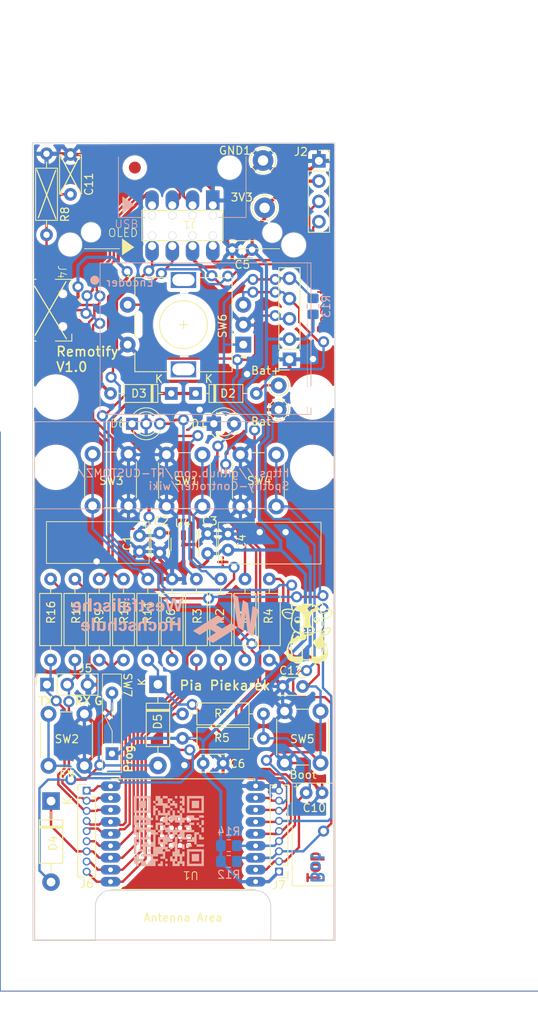
<source format=kicad_pcb>
(kicad_pcb (version 20221018) (generator pcbnew)
  (layers (0 "F.Cu" signal) (31 "B.Cu" signal) (34 "B.Paste" user) (35 "F.Paste" user) (36 "B.SilkS" user "B.Silkscreen") (37 "F.SilkS" user "F.Silkscreen") (38 "B.Mask" user) (39 "F.Mask" user) (44 "Edge.Cuts" user))
  (net 0 "")
  (net 1 "/5V_IN")
  (net 2 "GND")
  (net 3 "+3V3")
  (net 4 "Net-(J4-Shield)")
  (net 5 "/Boot")
  (net 6 "Net-(D1-A)")
  (net 7 "VBUS")
  (net 8 "ENC_CLK")
  (net 9 "ENC_DT")
  (net 10 "ENC_SW")
  (net 11 "MOSI{slash}SDA")
  (net 12 "CLK{slash}SCL")
  (net 14 "Net-(R7-Pad2)")
  (net 15 "/VCC_{BAT}")
  (net 17 "/D-")
  (net 18 "/D+")
  (net 19 "USB_DN")
  (net 20 "USB_DP")
  (net 21 "/Program1")
  (net 22 "Net-(D6-A-Pad1)")
  (net 23 "Net-(D6-A-Pad3)")
  (net 24 "/EN")
  (net 25 "/GPIO2{slash}LED")
  (net 26 "/Button_Left")
  (net 27 "/TX{slash}Button_Right")
  (net 28 "/RX{slash}Button_Middle")
  (net 29 "/DUOLED_1")
  (net 30 "/DUOLED_2")
  (net 31 "/GPIO10")
  (net 32 "/USR_BTN_LEFT")
  (net 33 "USR_BTN_MIDDLE")
  (net 34 "USR_BTN_RIGHT")
  (footprint "Capacitor_THT:C_Disc_D3.0mm_W2.0mm_P2.50mm" (layer "F.Cu") (at 53.36 55.88)
    (fp_text reference "C5")
    (fp_text value "100n")
  )
  (footprint "Resistor_THT:R_Axial_DIN0207_L6.3mm_D2.5mm_P10.16mm_Horizontal" (layer "F.Cu") (at 58.0136 107.3404 90)
    (fp_text reference "R4")
    (fp_text value "10k")
  )
  (footprint "Resistor_THT:R_Axial_DIN0207_L6.3mm_D2.5mm_P10.16mm_Horizontal" (layer "F.Cu") (at 51.9176 107.3404 90)
    (fp_text reference "R2")
    (fp_text value "100R")
  )
  (footprint "Connector_PinHeader_1.27mm:PinHeader_1x09_P1.27mm_Vertical" (layer "F.Cu") (at 35.1028 123.708)
    (fp_text reference "J6")
    (fp_text value "Conn_01x09_Pin")
  )
  (footprint "Fiducial:Fiducial_1.5mm_Mask3mm" (layer "F.Cu") (at 63.45 139.6)
    (fp_text reference "FID2" hide)
    (fp_text value "Fiducial")
  )
  (footprint "Pia_Lib:C_Radial_D5.0mm_H11.0mm_P2.00mm_liegend" (layer "F.Cu") (at 52.832 93.539999 90)
    (fp_text reference "C4")
    (fp_text value "1u")
  )
  (footprint "Button_Switch_THT:SW_PUSH_6mm_H7.3mm" (layer "F.Cu") (at 58.892 81.586 -90)
    (fp_text reference "SW4")
    (fp_text value "SW_Push")
  )
  (footprint "Fiducial:Fiducial_1.5mm_Mask3mm" (layer "F.Cu") (at 31.25 139.6)
    (fp_text reference "FID3" hide)
    (fp_text value "Fiducial")
  )
  (footprint "Button_Switch_THT:SW_PUSH_6mm_H4.3mm" (layer "F.Cu") (at 30.32 120.59 90)
    (fp_text reference "SW2")
    (fp_text value "SW_Push")
  )
  (footprint "Capacitor_THT:C_Disc_D4.7mm_W2.5mm_P5.00mm" (layer "F.Cu") (at 33.0708 43.95 -90)
    (fp_text reference "C11")
    (fp_text value "4n7")
  )
  (footprint "Pia_Lib:C_Radial_D5.0mm_H11.0mm_P2.00mm_liegend" (layer "F.Cu") (at 41.734001 91.739998 -90)
    (fp_text reference "C1")
    (fp_text value "1u")
  )
  (footprint "Resistor_THT:R_Axial_DIN0207_L6.3mm_D2.5mm_P10.16mm_Horizontal" (layer "F.Cu") (at 54.9656 107.3404 90)
    (fp_text reference "R1")
    (fp_text value "300R")
  )
  (footprint "LED_THT:LED_D3.0mm" (layer "F.Cu") (at 51.054 77.712)
    (fp_text reference "D1")
    (fp_text value "LED")
  )
  (footprint "Pia_Lib:ESP32_C3_Wroom_02-easysolder" (layer "F.Cu") (at 47.2 146.5892 180)
    (fp_text reference "U1")
    (fp_text value "ESP32-C3-WROOM-02")
  )
  (footprint "Rotary_Encoder:RotaryEncoder_Alps_EC11E-Switch_Vertical_H20mm" (layer "F.Cu") (at 54.748 67.79 180)
    (fp_text reference "SW6")
    (fp_text value "RotaryEncoder_Switch")
  )
  (footprint "Resistor_THT:R_Axial_DIN0207_L6.3mm_D2.5mm_P10.16mm_Horizontal" (layer "F.Cu") (at 39.7256 97.1804 -90)
    (fp_text reference "R10")
    (fp_text value "22R")
  )
  (footprint "LOGO" (layer "F.Cu") (at 62.7634 103.9368)
    (fp_text reference "G***" hide)
    (fp_text value "LOGO" hide)
  )
  (footprint "Connector_Pin:Pin_D1.0mm_L10.0mm" (layer "F.Cu") (at 59.182 72.912)
    (fp_text reference "TP1" hide)
    (fp_text value "Bat+")
  )
  (footprint "Connector_PinSocket_2.54mm:PinSocket_1x04_P2.54mm_Vertical" (layer "F.Cu") (at 64.2366 44.7548)
    (fp_text reference "J2")
    (fp_text value "Conn_01x04")
  )
  (footprint "Diode_THT:D_DO-41_SOD81_P10.16mm_Horizontal" (layer "F.Cu") (at 30.6324 125.0188 -90)
    (fp_text reference "D4")
    (fp_text value "1N5819")
  )
  (footprint "MountingHole:MountingHole_2.7mm_M2.5" (layer "F.Cu") (at 63.45 139.6)
    (fp_text reference "H4" hide)
    (fp_text value "MountingHole")
  )
  (footprint "Resistor_THT:R_Axial_DIN0207_L6.3mm_D2.5mm_P10.16mm_Horizontal" (layer "F.Cu") (at 36.6776 97.1804 -90)
    (fp_text reference "R9")
    (fp_text value "22R")
  )
  (footprint "Connector_Pin:Pin_D1.3mm_L11.0mm" (layer "F.Cu") (at 57.4294 50.6476 180)
    (fp_text reference "3V3")
    (fp_text value "3V3")
  )
  (footprint "Pia_Lib:Drahtschalter" (layer "F.Cu") (at 35.306 116.0272 90)
    (fp_text reference "SW7")
    (fp_text value "SW_DIP_x01")
  )
  (footprint "Button_Switch_THT:SW_PUSH_6mm_H7.3mm" (layer "F.Cu") (at 35.85 88 90)
    (fp_text reference "SW3")
    (fp_text value "SW_Push")
  )
  (footprint "Pia_Lib:LED-3Pin" (layer "F.Cu") (at 42.6212 77.5716)
    (fp_text reference "D6")
    (fp_text value "Zweifarb-LED")
  )
  (footprint "Pia_Lib:C_Radial_D5.0mm_H11.0mm_P2.00mm_liegend" (layer "F.Cu") (at 62.6364 123.9774)
    (fp_text reference "C10")
    (fp_text value "1u")
  )
  (footprint "Button_Switch_THT:SW_PUSH_6mm_H7.3mm" (layer "F.Cu") (at 49.621 81.586 -90)
    (fp_text reference "SW1")
    (fp_text value "SW_Push")
  )
  (footprint "Connector_PinHeader_1.27mm:PinHeader_1x09_P1.27mm_Vertical" (layer "F.Cu") (at 59.2328 133.858 180)
    (fp_text reference "J7")
    (fp_text value "Conn_01x09_Pin")
  )
  (footprint "Resistor_THT:R_Axial_DIN0207_L6.3mm_D2.5mm_P10.16mm_Horizontal" (layer "F.Cu") (at 30.5816 97.1804 -90)
    (fp_text reference "R16")
    (fp_text value "300R")
  )
  (footprint "Resistor_THT:R_Axial_DIN0207_L6.3mm_D2.5mm_P10.16mm_Horizontal" (layer "F.Cu") (at 42.7736 107.3404 90)
    (fp_text reference "R11")
    (fp_text value "300R")
  )
  (footprint "Capacitor_THT:C_Disc_D3.0mm_W2.0mm_P2.50mm" (layer "F.Cu") (at 59.69 110.65)
    (fp_text reference "C12")
    (fp_text value "100n")
  )
  (footprint "Connector_Pin:Pin_D1.3mm_L11.0mm" (layer "F.Cu") (at 57.2262 44.704)
    (fp_text reference "GND1")
    (fp_text value "GND")
  )
  (footprint "Resistor_THT:R_Axial_DIN0207_L6.3mm_D2.5mm_P10.16mm_Horizontal" (layer "F.Cu") (at 45.8216 107.3404 90)
    (fp_text reference "R6")
    (fp_text value "10K")
  )
  (footprint "Pia_Lib:USB_B_Micro_CN" (layer "F.Cu") (at 35.022 63.0725 -90)
    (fp_text reference "J4")
    (fp_text value "USB_B_Micro")
  )
  (footprint "Resistor_THT:R_Axial_DIN0207_L6.3mm_D2.5mm_P10.16mm_Horizontal" (layer "F.Cu") (at 48.8696 107.3404 90)
    (fp_text reference "R3")
    (fp_text value "100R")
  )
  (footprint "Button_Switch_THT:SW_PUSH_6mm_H4.3mm" (layer "F.Cu") (at 64.44 113.7491 -90)
    (fp_text reference "SW5")
    (fp_text value "Boot")
  )
  (footprint "MountingHole:MountingHole_2.7mm_M2.5" (layer "F.Cu") (at 63.45 83.18)
    (fp_text reference "H5" hide)
    (fp_text value "MountingHole")
  )
  (footprint "Connector_Pin:Pin_D1.0mm_L10.0mm" (layer "F.Cu") (at 59.182 75.946)
    (fp_text reference "TP2" hide)
    (fp_text value "Bat-")
  )
  (footprint "Capacitor_THT:C_Disc_D3.0mm_W2.0mm_P2.50mm" (layer "F.Cu") (at 49.7186 120.2766)
    (fp_text reference "C6")
    (fp_text value "100n")
  )
  (footprint "Resistor_THT:R_Axial_DIN0207_L6.3mm_D2.5mm_P10.16mm_Horizontal" (layer "F.Cu") (at 47.127801 117.1524)
    (fp_text reference "R5")
    (fp_text value "10k")
  )
  (footprint "Fiducial:Fiducial_1.5mm_Mask3mm" (layer "F.Cu") (at 41.148 45.593)
    (fp_text reference "FID1" hide)
    (fp_text value "Fiducial")
  )
  (footprint "Diode_THT:D_DO-35_SOD27_P7.62mm_Horizontal" (layer "F.Cu") (at 45.72 73.914 180)
    (fp_text reference "D3")
    (fp_text value "1N4148")
  )
  (footprint "Resistor_THT:R_Axial_DIN0207_L6.3mm_D2.5mm_P10.16mm_Horizontal" (layer "F.Cu") (at 33.6296 97.1804 -90)
    (fp_text reference "R15")
    (fp_text value "300R")
  )
  (footprint "MountingHole:MountingHole_2.7mm_M2.5" (layer "F.Cu") (at 31.25 139.6)
    (fp_text reference "H1" hide)
    (fp_text value "MountingHole")
  )
  (footprint "Pia_Lib:Encoder KY-040" (layer "F.Cu") (at 47.34 65.29 180)
    (fp_text reference "J3")
    (fp_text value "Conn_01x05_Socket")
    (fp_line (start 5.2324 -1.1792) (end 5.2324 1.2084) (stroke (width 0.05)) (layer "Edge.Cuts"))
    (fp_line (start 6.2484 1.2084) (end 6.2484 -1.1792) (stroke (width 0.05)) (layer "Edge.Cuts"))
    (fp_arc (start 5.2324 -1.1792) (mid 5.7404 -1.6872) (end 6.2484 -1.1792) (stroke (width 0.05)) (layer "Edge.Cuts"))
    (fp_arc (start 6.2484 1.2084) (mid 5.7404 1.7164) (end 5.2324 1.2084) (stroke (width 0.05)) (layer "Edge.Cuts"))
    (fp_circle (center 0 0) (end 3.9 0) (stroke (width 0.05)) (fill none) (layer "Edge.Cuts"))
  )
  (footprint "Capacitor_THT:C_Disc_D3.0mm_W2.0mm_P2.50mm" (layer "F.Cu") (at 44.274001 91.399999 -90)
    (fp_text reference "C2")
    (fp_text value "100n")
  )
  (footprint "Connector_PinSocket_2.54mm:PinSocket_1x03_P2.54mm_Vertical" (layer "F.Cu") (at 30.1244 110.4138 90)
    (fp_text reference "J5")
    (fp_text value "Conn_01x03")
  )
  (footprint "Capacitor_THT:C_Disc_D3.0mm_W2.0mm_P2.50mm" (layer "F.Cu") (at 50.284001 93.98 90)
    (fp_text reference "C3")
    (fp_text value "100n")
  )
  (footprint "Pia_Lib:USB_C_and_Oled" (layer "F.Cu") (at 50.927 52.8974 180)
    (fp_text reference "J1")
    (fp_text value "Conn_02x04_Top_Bottom")
    (fp_circle (center -10.15 -2.4) (end -8.949942 -3.397253) (stroke (width 0.05)) (fill none) (layer "Edge.Cuts"))
    (fp_circle (center -7.4676 -0.862) (end -8.7052 -0.6204) (stroke (width 0.05)) (fill none) (layer "Edge.Cuts"))
    (fp_circle (center -2.1082 7.3) (end -0.579973 7.3) (stroke (width 0.05)) (fill none) (layer "Edge.Cuts"))
    (fp_circle (center 0 -1.23) (end 0.5 -1.23) (stroke (width 0.05)) (fill none) (layer "Edge.Cuts"))
    (fp_circle (center 0 1.31) (end 0.5 1.31) (stroke (width 0.05)) (fill none) (layer "Edge.Cuts"))
    (fp_circle (center 2.54 -1.23) (end 3.04 -1.23) (stroke (width 0.05)) (fill none) (layer "Edge.Cuts"))
    (fp_circle (center 2.54 1.31) (end 3.04 1.31) (stroke (width 0.05)) (fill none) (layer "Edge.Cuts"))
    (fp_circle (center 5.08 -1.23) (end 5.58 -1.23) (stroke (width 0.05)) (fill none) (layer "Edge.Cuts"))
    (fp_circle (center 5.08 1.31) (end 5.58 1.31) (stroke (width 0.05)) (fill none) (layer "Edge.Cuts"))
    (fp_circle (center 7.62 -1.23) (end 8.12 -1.23) (stroke (width 0.05)) (fill none) (layer "Edge.Cuts"))
    (fp_circle (center 7.62 1.31) (end 8.12 1.31) (stroke (width 0.05)) (fill none) (layer "Edge.Cuts"))
    (fp_circle (center 9.783227 7.3) (end 11.311454 7.3) (stroke (width 0.05)) (fill none) (layer "Edge.Cuts"))
    (fp_circle (center 15.273224 -0.811093) (end 14.0532 -1.1284) (stroke (width 0.05)) (fill none) (layer "Edge.Cuts"))
    (fp_circle (center 17.890824 -2.349093) (end 17.1704 -3.6684) (stroke (width 0.05)) (fill none) (layer "Edge.Cuts"))
  )
  (footprint "Diode_THT:D_DO-41_SOD81_P10.16mm_Horizontal" (layer "F.Cu") (at 44.0436 110.3884 -90)
    (fp_text reference "D5")
    (fp_text value "1N5819")
  )
  (footprint "MountingHole:MountingHole_2.7mm_M2.5" (layer "F.Cu") (at 31.25 83.18)
    (fp_text reference "H6" hide)
    (fp_text value "MountingHole")
  )
  (footprint "Diode_THT:D_DO-35_SOD27_P7.62mm_Horizontal" (layer "F.Cu") (at 48.768 73.914)
    (fp_text reference "D2")
    (fp_text value "1N4148")
  )
  (footprint "Resistor_THT:R_Axial_DIN0207_L6.3mm_D2.5mm_P10.16mm_Horizontal" (layer "F.Cu") (at 30.07 54.019999 90)
    (fp_text reference "R8")
    (fp_text value "1M")
  )
  (footprint "Resistor_THT:R_Axial_DIN0207_L6.3mm_D2.5mm_P10.16mm_Horizontal" (layer "F.Cu") (at 57.28 114.09 180)
    (fp_text reference "R7")
    (fp_text value "22R")
  )
  (footprint "Package_TO_SOT_SMD:SOT-23-5" (layer "F.Cu") (at 47.245601 92.839099 -90)
    (fp_text reference "U4")
    (fp_text value "AP2112K-3.3")
  )
  (footprint "MountingHole:MountingHole_2.7mm_M2.5" (layer "B.Cu") (at 63.45 74.36 180)
    (fp_text reference "H2" hide)
    (fp_text value "MountingHole")
  )
  (footprint "Resistor_SMD:R_0805_2012Metric_Pad1.20x1.40mm_HandSolder" (layer "B.Cu") (at 52.9336 130.6068)
    (fp_text reference "R14")
    (fp_text value "10k")
  )
  (footprint "LOGO" (layer "B.Cu") (at 44.900562 102.050221 180)
    (fp_text reference "G***" hide)
    (fp_text value "LOGO" hide)
  )
  (footprint "MountingHole:MountingHole_2.7mm_M2.5" (layer "B.Cu") (at 31.25 74.36 180)
    (fp_text reference "H3" hide)
    (fp_text value "MountingHole")
  )
  (footprint "Resistor_SMD:R_0805_2012Metric_Pad1.20x1.40mm_HandSolder" (layer "B.Cu") (at 52.9336 132.588)
    (fp_text reference "R12")
    (fp_text value "10k")
  )
  (footprint "Pia_Lib:Battery_holder" (layer "B.Cu") (at 50.9202 115.36 90)
    (fp_text reference "BT1" hide)
    (fp_text value "Battery_Holder")
  )
  (footprint "Resistor_SMD:R_0805_2012Metric_Pad1.20x1.40mm_HandSolder" (layer "B.Cu") (at 63.5 62.992 90)
    (fp_text reference "R13")
    (fp_text value "10k")
  )
  (footprint "Pia_Lib:QRCode1x1" (layer "B.Cu") (at 45.4152 128.778 180)
    (fp_text reference "G***" hide)
    (fp_text value "LOGO" hide)
  )
  (gr_line (start 24.2824 78.74) (end 24.2824 148.844) (stroke (width 0.1)) (layer "F.Cu"))
  (gr_line (start 24.2824 148.844) (end 91.694 148.844) (stroke (width 0.1)) (layer "F.Cu"))
  (gr_line (start 24.2824 148.844) (end 91.694 148.844) (stroke (width 0.1)) (layer "B.Cu"))
  (gr_line (start 24.2824 78.74) (end 24.2824 148.844) (stroke (width 0.1)) (layer "B.Cu"))
  (gr_circle (center 36.1188 59.7154) (end 36.602068 59.7154) (stroke (width 0.15)) (fill solid) (layer "B.SilkS"))
  (gr_line (start 28.6512 66.5988) (end 32.512 59.8932) (stroke (width 0.15)) (layer "F.SilkS"))
  (gr_line (start 28.8544 45.8724) (end 31.242 51.9938) (stroke (width 0.15)) (layer "F.SilkS"))
  (gr_line (start 30.4292 48.0822) (end 30.4292 48.0822) (stroke (width 0.15)) (layer "F.SilkS"))
  (gr_line (start 32.5628 67.056) (end 28.575 60.4774) (stroke (width 0.15)) (layer "F.SilkS"))
  (gr_line (start 29.0322 51.8922) (end 31.2166 45.9486) (stroke (width 0.15)) (layer "F.SilkS"))
  (gr_circle (center 36.118133 59.7154) (end 36.600733 59.7408) (stroke (width 0.15)) (fill solid) (layer "F.SilkS"))
  (gr_line (start 31.877 44.196) (end 34.2392 48.6664) (stroke (width 0.15)) (layer "F.SilkS"))
  (gr_line (start 31.9278 48.641) (end 34.1884 44.2214) (stroke (width 0.15)) (layer "F.SilkS"))
  (gr_line (start 66.3 142.5) (end 58.2 142.5) (stroke (width 0.1)) (layer "Edge.Cuts"))
  (gr_line (start 56.2 136.2) (end 38.2 136.2) (stroke (width 0.1)) (layer "Edge.Cuts"))
  (gr_line (start 66.24 42.5) (end 28.3 42.5) (stroke (width 0.1)) (layer "Edge.Cuts"))
  (gr_line (start 66.3 142.5) (end 66.24 42.5) (stroke (width 0.1)) (layer "Edge.Cuts"))
  (gr_line (start 28.36 142.5) (end 36.2 142.5) (stroke (width 0.1)) (layer "Edge.Cuts"))
  (gr_line (start 28.3 42.5) (end 28.36 142.5) (stroke (width 0.1)) (layer "Edge.Cuts"))
  (gr_line (start 36.2 142.5) (end 36.2 138.2) (stroke (width 0.1)) (layer "Edge.Cuts"))
  (gr_line (start 58.2 142.5) (end 58.2 138.2) (stroke (width 0.1)) (layer "Edge.Cuts"))
  (gr_arc (start 56.2 136.2) (mid 57.614214 136.785786) (end 58.2 138.2) (stroke (width 0.1)) (layer "Edge.Cuts"))
  (gr_arc (start 36.2 138.2) (mid 36.785786 136.785786) (end 38.2 136.2) (stroke (width 0.1)) (layer "Edge.Cuts"))
  (gr_text "GND" (at 51.689 44.0182) (layer "F.Cu") (effects (font (size 1 1) (thickness 0.2) bold) (justify left bottom)))
  (gr_text "Top" (at 64.516 135.382 90) (layer "F.Cu") (effects (font (size 1.5 1.5) (thickness 0.3) bold) (justify left bottom)))
  (gr_text "+" (at 51.054 95.8088) (layer "F.Cu") (effects (font (size 1.5 1.5) (thickness 0.3) bold) (justify left bottom)))
  (gr_text "Remotify V1.0" (at 65.4558 66.5226 90) (layer "F.Cu") (effects (font (size 1.2 1.2) (thickness 0.2) bold) (justify left bottom)))
  (gr_text "+" (at 61.8998 126.5682) (layer "F.Cu") (effects (font (size 1.5 1.5) (thickness 0.3) bold) (justify left bottom)))
  (gr_text "3V3" (at 53.213 49.911) (layer "F.Cu") (effects (font (size 1 1) (thickness 0.2) bold) (justify left bottom)))
  (gr_text "+" (at 39.2684 91.6432) (layer "F.Cu") (effects (font (size 1.5 1.5) (thickness 0.3) bold) (justify left bottom)))
  (gr_text "Bot" (at 63.119 135.509 270) (layer "B.Cu") (effects (font (size 1.5 1.5) (thickness 0.3) bold) (justify left bottom mirror)))
  (gr_text "https://github.com/RT-CUSTOMZ/\nSpotify-Controller/wiki" (at 60.6298 86.106) (layer "B.SilkS") (effects (font (size 1 1)) (justify left bottom mirror)))
  (gr_text "Pia Piekarek" (at 46.6344 111.2266) (layer "F.SilkS") (effects (font (size 1.2 1.2) (thickness 0.2) bold) (justify left bottom)))
  (gr_text "TX" (at 28.9814 113.0554) (layer "F.SilkS") (effects (font (size 1 1) (thickness 0.2) bold) (justify left bottom)))
  (gr_text "Boot" (at 60.452 122.301) (layer "F.SilkS") (effects (font (size 1 1)) (justify left bottom)))
  (gr_text "Prog" (at 40.9448 121.5644 90) (layer "F.SilkS") (effects (font (size 1 1) (thickness 0.2) bold) (justify left bottom)))
  (gr_text "Bat-" (at 55.626 78.0034) (layer "F.SilkS") (effects (font (size 1 1)) (justify left bottom)))
  (gr_text "EN" (at 31.5722 122.301) (layer "F.SilkS") (effects (font (size 1 1)) (justify left bottom)))
  (gr_text "Bat+" (at 55.626 71.628) (layer "F.SilkS") (effects (font (size 1 1)) (justify left bottom)))
  (gr_text "RX" (at 33.5026 113.0554) (layer "F.SilkS") (effects (font (size 1 1) (thickness 0.2) bold) (justify left bottom)))
  (gr_text "G" (at 35.941 113.0554) (layer "F.SilkS") (effects (font (size 1 1) (thickness 0.2) bold) (justify left bottom)))
  (gr_text "Remotify\nV1.0" (at 31.1658 71.2978) (layer "F.SilkS") (effects (font (size 1.2 1.2) (thickness 0.2)) (justify left bottom)))
  (segment (start 42.926 82.0928) (end 42.926 89.408) (width 0.4) (layer "F.Cu") (net 1))
  (segment (start 44.274001 91.399999) (end 45.492001 91.399999) (width 0.4) (layer "F.Cu") (net 1))
  (segment (start 45.793601 91.701599) (end 46.295601 91.701599) (width 0.4) (layer "F.Cu") (net 1))
  (segment (start 47.8282 89.8144) (end 48.195601 90.181801) (width 0.4) (layer "F.Cu") (net 1))
  (segment (start 38.354 76.962) (end 38.354 78.74) (width 0.4) (layer "F.Cu") (net 1))
  (segment (start 46.295601 91.701599) (end 46.295601 90.229399) (width 0.4) (layer "F.Cu") (net 1))
  (segment (start 46.295601 90.229399) (end 46.7106 89.8144) (width 0.4) (layer "F.Cu") (net 1))
  (segment (start 48.195601 90.181801) (end 48.195601 91.701599) (width 0.4) (layer "F.Cu") (net 1))
  (segment (start 38.735 79.121) (end 39.9542 79.121) (width 0.4) (layer "F.Cu") (net 1))
  (segment (start 45.72 73.914) (end 48.768 73.914) (width 0.4) (layer "F.Cu") (net 1))
  (segment (start 45.72 73.914) (end 41.402 73.914) (width 0.4) (layer "F.Cu") (net 1))
  (segment (start 46.7106 89.8144) (end 47.8282 89.8144) (width 0.4) (layer "F.Cu") (net 1))
  (segment (start 41.402 73.914) (end 38.354 76.962) (width 0.4) (layer "F.Cu") (net 1))
  (segment (start 39.9542 79.121) (end 42.926 82.0928) (width 0.4) (layer "F.Cu") (net 1))
  (segment (start 45.492001 91.399999) (end 45.793601 91.701599) (width 0.4) (layer "F.Cu") (net 1))
  (segment (start 38.354 78.74) (end 38.735 79.121) (width 0.4) (layer "F.Cu") (net 1))
  (via (at 42.926 89.408) (size 1.4) (drill 0.8) (layers "F.Cu" "B.Cu") (net 1))
  (segment (start 41.988001 90.678) (end 41.734001 90.932) (width 0.4) (layer "B.Cu") (net 1))
  (segment (start 42.926 90.17) (end 42.418 90.678) (width 0.4) (layer "B.Cu") (net 1))
  (segment (start 43.934002 91.739998) (end 44.274001 91.399999) (width 0.4) (layer "B.Cu") (net 1))
  (segment (start 42.926 89.408) (end 42.926 90.17) (width 0.4) (layer "B.Cu") (net 1))
  (segment (start 42.418 90.678) (end 41.988001 90.678) (width 0.4) (layer "B.Cu") (net 1))
  (segment (start 41.734001 90.932) (end 41.734001 91.739998) (width 0.4) (layer "B.Cu") (net 1))
  (segment (start 41.734001 91.739998) (end 43.934002 91.739998) (width 0.4) (layer "B.Cu") (net 1))
  (segment (start 34.1401 64.7725) (end 34.7472 65.3796) (width 0.4) (layer "F.Cu") (net 2))
  (segment (start 47.34 130.028) (end 47.34 128.928) (width 0.3) (layer "F.Cu") (net 2))
  (segment (start 32.980799 43.859999) (end 33.0708 43.95) (width 0.4) (layer "F.Cu") (net 2))
  (segment (start 62.272625 120.2491) (end 59.94 120.2491) (width 0.3) (layer "F.Cu") (net 2))
  (segment (start 45.8216 97.1804) (end 44.98686 96.34566) (width 0.4) (layer "F.Cu") (net 2))
  (segment (start 64.6364 123.9774) (end 64.6364 122.612875) (width 0.3) (layer "F.Cu") (net 2))
  (segment (start 47.6839 120.5149) (end 49.2252 118.9736) (width 0.4) (layer "F.Cu") (net 2))
  (segment (start 37.25 90.512) (end 37.25 80.176) (width 0.4) (layer "F.Cu") (net 2))
  (segment (start 57.023 44.704) (end 53.438381 48.288619) (width 0.4) (layer "F.Cu") (net 2))
  (segment (start 44.6278 46.9392) (end 44.6246 46.9424) (width 0.4) (layer "F.Cu") (net 2))
  (segment (start 34.7472 77.673199) (end 35.1028 78.0288) (width 0.4) (layer "F.Cu") (net 2))
  (segment (start 34.798 44.45) (end 34.798 45.7708) (width 0.4) (layer "F.Cu") (net 2))
  (segment (start 36.3474 94.9706) (end 36.3474 91.4146) (width 0.4) (layer "F.Cu") (net 2))
  (segment (start 46.925542 95.441458) (end 44.98686 95.441458) (width 0.4) (layer "F.Cu") (net 2))
  (segment (start 44.848 72.39) (end 54.325072 72.39) (width 0.4) (layer "F.Cu") (net 2))
  (segment (start 47.3629 120.5149) (end 47.6839 120.5149) (width 0.4) (layer "F.Cu") (net 2))
  (segment (start 44.274001 94.728599) (end 44.274001 93.899999) (width 0.4) (layer "F.Cu") (net 2))
  (segment (start 64.6364 122.612875) (end 62.272625 120.2491) (width 0.3) (layer "F.Cu") (net 2))
  (segment (start 45.14 127.828) (end 46.29 127.828) (width 0.3) (layer "F.Cu") (net 2))
  (segment (start 35.1028 78.0288) (end 34.798 77.724) (width 0.4) (layer "F.Cu") (net 2))
  (segment (start 57.2262 44.704) (end 57.023 44.704) (width 0.4) (layer "F.Cu") (net 2))
  (segment (start 37.4396 56.947782) (end 35.332382 59.055) (width 0.4) (layer "F.Cu") (net 2))
  (segment (start 55.229536 71.485536) (end 61.610464 71.485536) (width 0.4) (layer "F.Cu") (net 2))
  (segment (start 47.34 128.928) (end 47.34 127.828) (width 0.3) (layer "F.Cu") (net 2))
  (segment (start 37.4396 51.836398) (end 37.4396 56.947782) (width 0.4) (layer "F.Cu") (net 2))
  (segment (start 51.9176 118.9736) (end 52.2186 119.2746) (width 0.4) (layer "F.Cu") (net 2))
  (segment (start 34.798 45.7708) (end 39.126199 50.098999) (width 0.4) (layer "F.Cu") (net 2))
  (segment (start 47.245601 92.858999) (end 47.245601 95.121399) (width 0.4) (layer "F.Cu") (net 2))
  (segment (start 45.14 128.928) (end 46.29 128.928) (width 0.3) (layer "F.Cu") (net 2))
  (segment (start 46.29 128.928) (end 46.29 127.828) (width 0.3) (layer "F.Cu") (net 2))
  (segment (start 34.298 43.95) (end 34.798 44.45) (width 0.4) (layer "F.Cu") (net 2))
  (segment (start 47.245601 91.701599) (end 47.245601 92.858999) (width 0.4) (layer "F.Cu") (net 2))
  (segment (start 33.0708 43.95) (end 34.298 43.95) (width 0.4) (layer "F.Cu") (net 2))
  (segment (start 34.7472 65.3796) (end 34.7472 77.673199) (width 0.4) (layer "F.Cu") (net 2))
  (segment (start 51.0794 57.4548) (end 52.9844 57.4548) (width 0.4) (layer "F.Cu") (net 2))
  (segment (start 46.29 127.828) (end 47.34 127.828) (width 0.3) (layer "F.Cu") (net 2))
  (segment (start 35.332382 59.055) (end 33.42884 59.055) (width 0.4) (layer "F.Cu") (net 2))
  (segment (start 30.7848 61.69904) (end 30.7848 64.2112) (width 0.4) (layer "F.Cu") (net 2))
  (segment (start 47.34 130.028) (end 46.29 130.028) (width 0.3) (layer "F.Cu") (net 2))
  (segment (start 52.9844 57.4548) (end 53.36 57.0792) (width 0.4) (layer "F.Cu") (net 2))
  (segment (start 63.216 45.7754) (end 64.2366 44.7548) (width 0.4) (layer "F.Cu") (net 2))
  (segment (start 44.6246 46.9424) (end 42.333598 46.9424) (width 0.4) (layer "F.Cu") (net 2))
  (segment (start 52.8066 48.630769) (end 52.8066 55.3266) (width 0.4) (layer "F.Cu") (net 2))
  (segment (start 52.2186 121.8146) (end 52.2186 120.2766) (width 0.4) (layer "F.Cu") (net 2))
  (segment (start 50.927 50.3174) (end 50.927 48.4378) (width 0.4) (layer "F.Cu") (net 2))
  (segment (start 44.6278 46.9052) (end 44.6278 46.9392) (width 0.4) (layer "F.Cu") (net 2))
  (segment (start 46.29 130.028) (end 45.14 130.028) (width 0.3) (layer "F.Cu") (net 2))
  (segment (start 33.42884 59.055) (end 30.7848 61.69904) (width 0.4) (layer "F.Cu") (net 2))
  (segment (start 56.3 123.128) (end 57.7534 123.128) (width 0.4) (layer "F.Cu") (net 2))
  (segment (start 49.3944 46.9052) (end 44.6278 46.9052) (width 0.4) (layer "F.Cu") (net 2))
  (segment (start 54.325072 72.39) (end 55.229536 71.485536) (width 0.4) (layer "F.Cu") (net 2))
  (segment (start 40.248 67.79) (end 44.848 72.39) (width 0.4) (layer "F.Cu") (net 2))
  (segment (start 37.25 80.176) (end 35.1028 78.0288) (width 0.4) (layer "F.Cu") (net 2))
  (segment (start 52.2186 119.2746) (end 52.2186 120.2766) (width 0.4) (layer "F.Cu") (net 2))
  (segment (start 53.438381 48.288619) (end 53.14875 48.288619) (width 0.4) (layer "F.Cu") (net 2))
  (segment (start 31.3461 64.7725) (end 34.1401 64.7725) (width 0.4) (layer "F.Cu") (net 2))
  (segment (start 50.927 57.3024) (end 51.0794 57.4548) (width 0.4) (layer "F.Cu") (net 2))
  (segment (start 30.07 43.859999) (end 32.980799 43.859999) (width 0.4) (layer "F.Cu") (net 2))
  (segment (start 50.927 48.4378) (end 49.3944 46.9052) (width 0.4) (layer "F.Cu") (net 2))
  (segment (start 42.333598 46.9424) (end 37.4396 51.836398) (width 0.4) (layer "F.Cu") (net 2))
  (segment (start 47.245601 92.858999) (end 48.905002 92.858999) (width 0.4) (layer "F.Cu") (net 2))
  (segment (start 52.8066 55.3266) (end 53.36 55.88) (width 0.4) (layer "F.Cu") (net 2))
  (segment (start 61.610464 71.485536) (end 63.5 69.596) (width 0.4) (layer "F.Cu") (net 2))
  (segment (start 59.182 75.946) (end 49.276 75.946) (width 0.4) (layer "F.Cu") (net 2))
  (segment (start 58.3234 123.698) (end 59.2328 123.698) (width 0.4) (layer "F.Cu") (net 2))
  (segment (start 49.2252 118.9736) (end 51.9176 118.9736) (width 0.4) (layer "F.Cu") (net 2))
  (segment (start 53.532 123.128) (end 52.2186 121.8146) (width 0.4) (layer "F.Cu") (net 2))
  (segment (start 58.2976 45.7754) (end 63.216 45.7754) (width 0.4) (layer "F.Cu") (net 2))
  (segment (start 36.3474 91.4146) (end 37.25 90.512) (width 0.4) (layer "F.Cu") (net 2))
  (segment (start 46.29 130.028) (end 46.29 128.928) (width 0.3) (layer "F.Cu") (net 2))
  (segment (start 53.36 57.0792) (end 53.36 55.88) (width 0.4) (layer "F.Cu") (net 2))
  (segment (start 46.29 128.928) (end 47.34 128.928) (width 0.3) (layer "F.Cu") (net 2))
  (segment (start 45.14 128.928) (end 45.14 127.828) (width 0.3) (layer "F.Cu") (net 2))
  (segment (start 60.060211 91.302211) (end 56.812026 91.302211) (width 0.4) (layer "F.Cu") (net 2))
  (segment (start 30.7848 64.2112) (end 31.3461 64.7725) (width 0.4) (layer "F.Cu") (net 2))
  (segment (start 44.98686 95.441458) (end 44.274001 94.728599) (width 0.4) (layer "F.Cu") (net 2))
  (segment (start 48.905002 92.858999) (end 50.284001 91.48) (width 0.4) (layer "F.Cu") (net 2))
  (segment (start 44.98686 96.34566) (end 44.98686 95.441458) (width 0.4) (layer "F.Cu") (net 2))
  (segment (start 50.927 55.3974) (end 50.927 57.3024) (width 0.4) (layer "F.Cu") (net 2))
  (segment (start 56.3 123.128) (end 53.532 123.128) (width 0.4) (layer "F.Cu") (net 2))
  (segment (start 57.8891 123.2637) (end 58.3234 123.698) (width 0.4) (layer "F.Cu") (net 2))
  (segment (start 57.2262 44.704) (end 58.2976 45.7754) (width 0.4) (layer "F.Cu") (net 2))
  (segment (start 47.245601 95.121399) (end 46.925542 95.441458) (width 0.4) (layer "F.Cu") (net 2))
  (segment (start 53.14875 48.288619) (end 52.8066 48.630769) (width 0.4) (layer "F.Cu") (net 2))
  (segment (start 45.14 130.028) (end 45.14 128.928) (width 0.3) (layer "F.Cu") (net 2))
  (segment (start 57.7534 123.128) (end 57.8891 123.2637) (width 0.4) (layer "F.Cu") (net 2))
  (via (at 47.3629 120.5149) (size 1.4) (drill 0.8) (layers "F.Cu" "B.Cu") (net 2))
  (via (at 60.060211 91.302211) (size 1.4) (drill 0.8) (layers "F.Cu" "B.Cu") (net 2))
  (via (at 55.229536 71.485536) (size 1.4) (drill 0.8) (layers "F.Cu" "B.Cu") (net 2))
  (via (at 49.276 75.946) (size 1.4) (drill 0.8) (layers "F.Cu" "B.Cu") (net 2))
  (via (at 63.5 69.596) (size 1.4) (drill 0.8) (layers "F.Cu" "B.Cu") (net 2))
  (via (at 56.812026 91.302211) (size 1.4) (drill 0.8) (layers "F.Cu" "B.Cu") (net 2))
  (via (at 36.3474 94.9706) (size 1.4) (drill 0.8) (layers "F.Cu" "B.Cu") (net 2))
  (segment (start 42.569 81.483) (end 42.569 77.732) (width 0.4) (layer "B.Cu") (net 2))
  (segment (start 52.2186 120.2766) (end 52.2186 116.4374) (width 0.4) (layer "B.Cu") (net 2))
  (segment (start 35.2044 108.5088) (end 35.2044 110.4138) (width 0.4) (layer "B.Cu") (net 2))
  (segment (start 63.1405 105.5155) (end 63.1405 94.3825) (width 0.4) (layer "B.Cu") (net 2))
  (segment (start 52.2186 116.4374) (end 58.293 110.363) (width 0.4) (layer "B.Cu") (net 2))
  (segment (start 34.8296 96.4884) (end 34.8296 108.134) (width 0.4) (layer "B.Cu") (net 2))
  (segment (start 51.816 91.48) (end 52.772001 91.48) (width 0.4) (layer "B.Cu") (net 2))
  (segment (start 50.284001 91.48) (end 51.816 91.48) (width 0.4) (layer "B.Cu") (net 2))
  (segment (start 54.392 91.404) (end 54.356 91.44) (width 0.4) (layer "B.Cu") (net 2))
  (segment (start 40.35 92.355997) (end 41.734001 93.739998) (width 0.4) (layer "B.Cu") (net 2))
  (segment (start 36.3474 94.9706) (end 34.8296 96.4884) (width 0.4) (layer "B.Cu") (net 2))
  (segment (start 55.768464 71.485536) (end 57.058 70.196) (width 0.4) (layer "B.Cu") (net 2))
  (segment (start 45.121 81.586) (end 45.121 88.086) (width 0.4) (layer "B.Cu") (net 2))
  (segment (start 56.007 80.354415) (end 56.007 90.497185) (width 0.4) (layer "B.Cu") (net 2))
  (segment (start 40.35 81.586) (end 40.35 88.086) (width 0.4) (layer "B.Cu") (net 2))
  (segment (start 49.276 75.946) (end 50.546 75.946) (width 0.4) (layer "B.Cu") (net 2))
  (segment (start 56.812026 91.302211) (end 56.574238 91.539999) (width 0.4) (layer "B.Cu") (net 2))
  (segment (start 63.456 69.64) (end 63.5 69.596) (width 0.4) (layer "B.Cu") (net 2))
  (segment (start 42.569 81.483) (end 42.672 81.586) (width 0.4) (layer "B.Cu") (net 2))
  (segment (start 54.56 57.08) (end 53.36 55.88) (width 0.4) (layer "B.Cu") (net 2))
  (segment (start 51.054 76.454) (end 51.054 77.712) (width 0.4) (layer "B.Cu") (net 2))
  (segment (start 56.574238 91.539999) (end 54.61 91.539999) (width 0.4) (layer "B.Cu") (net 2))
  (segment (start 54.3 65.35) (end 56.824 65.35) (width 0.4) (layer "B.Cu") (net 2))
  (segment (start 39.4462 121.5986) (end 39.9796 122.132) (width 0.4) (layer "B.Cu") (net 2))
  (segment (start 43.18 75.946) (end 42.569 76.557) (width 0.4) (layer "B.Cu") (net 2))
  (segment (start 42.569 76.557) (end 42.569 77.7072) (width 0.4) (layer "B.Cu") (net 2))
  (segment (start 54.392 88.086) (end 54.392 81.586) (width 0.4) (layer "B.Cu") (net 2))
  (segment (start 35.2044 110.4138) (end 35.4838 110.6932) (width 0.4) (layer "B.Cu") (net 2))
  (segment (start 56.007 90.497185) (end 56.812026 91.302211) (width 0.4) (layer "B.Cu") (net 2))
  (segment (start 49.276 75.946) (end 43.18 75.946) (width 0.4) (layer "B.Cu") (net 2))
  (segment (start 42.569 77.7072) (end 42.5858 77.724) (width 0.4) (layer "B.Cu") (net 2))
  (segment (start 51.816 91.48) (end 52.873601 91.48) (width 0.4) (layer "B.Cu") (net 2))
  (segment (start 54.61 91.539999) (end 52.9336 91.539999) (width 0.4) (layer "B.Cu") (net 2))
  (segment (start 52.704002 91.48) (end 52.764001 91.539999) (width 0.4) (layer "B.Cu") (net 2))
  (segment (start 56.254 80.107415) (end 56.623707 79.737707) (width 0.4) (layer "B.Cu") (net 2))
  (segment (start 54.0296 118.4656) (end 59.2836 118.4656) (width 0.4) (layer "B.Cu") (net 2))
  (segment (start 39.9796 122.132) (end 45.7458 122.132) (width 0.4) (layer "B.Cu") (net 2))
  (segment (start 59.2836 118.4656) (end 59.94 119.122) (width 0.4) (layer "B.Cu") (net 2))
  (segment (start 52.772001 91.48) (end 52.832 91.539999) (width 0.4) (layer "B.Cu") (net 2))
  (segment (start 35.4838 110.6932) (end 35.4838 113.4262) (width 0.4) (layer "B.Cu") (net 2))
  (segment (start 34.82 120.59) (end 34.82 120.7736) (width 0.4) (layer "B.Cu") (net 2))
  (segment (start 53.848 91.539999) (end 52.832 91.539999) (width 0.4) (layer "B.Cu") (net 2))
  (segment (start 59.94 119.122) (end 59.94 120.2491) (width 0.4) (layer "B.Cu") (net 2))
  (segment (start 52.873601 91.48) (end 52.9336 91.539999) (width 0.4) (layer "B.Cu") (net 2))
  (segment (start 35.645 121.5986) (end 39.4462 121.5986) (width 0.4) (layer "B.Cu") (net 2))
  (segment (start 54.256001 91.539999) (end 54.102 91.539999) (width 0.4) (layer "B.Cu") (net 2))
  (segment (start 44.114 93.739998) (end 44.274001 93.899999) (width 0.4) (layer "B.Cu") (net 2))
  (segment (start 54.2544 72.460672) (end 54.2544 74.867476) (width 0.4) (layer "B.Cu") (net 2))
  (segment (start 54.356 91.44) (end 54.256001 91.539999) (width 0.4) (layer "B.Cu") (net 2))
  (segment (start 34.82 120.59) (end 34.82 114.09) (width 0.4) (layer "B.Cu") (net 2))
  (segment (start 34.8296 108.134) (end 35.2044 108.5088) (width 0.4) (layer "B.Cu") (net 2))
  (segment (start 54.2544 74.867476) (end 57.27 77.883076) (width 0.4) (layer "B.Cu") (net 2))
  (segment (start 53.848 91.539999) (end 52.764001 91.539999) (width 0.4) (layer "B.Cu") (net 2))
  (segment (start 54.392 88.086) (end 54.392 91.404) (width 0.4) (layer "B.Cu") (net 2))
  (segment (start 50.546 75.946) (end 51.054 76.454) (width 0.4) (layer "B.Cu") (net 2))
  (segment (start 57.27 79.091415) (end 56.623707 79.737707) (width 0.4) (layer "B.Cu") (net 2))
  (segment (start 40.35 81.586) (end 42.672 81.586) (width 0.4) (layer "B.Cu") (net 2))
  (segment (start 59.69 110.65) (end 58.58 110.65) (width 0.4) (layer "B.Cu") (net 2))
  (segment (start 56.254 80.107415) (end 56.007 80.354415) (width 0.4) (layer "B.Cu") (net 2))
  (segment (start 63.1405 94.3825) (end 60.060211 91.302211) (width 0.4) (layer "B.Cu") (net 2))
  (segment (start 59.69 110.65) (end 59.69 113.4991) (width 0.4) (layer "B.Cu") (net 2))
  (segment (start 41.734001 93.739998) (end 44.114 93.739998) (width 0.4) (layer "B.Cu") (net 2))
  (segment (start 52.2186 120.2766) (end 54.0296 118.4656) (width 0.4) (layer "B.Cu") (net 2))
  (segment (start 45.7458 122.132) (end 47.3629 120.5149) (width 0.4) (layer "B.Cu") (net 2))
  (segment (start 42.672 81.586) (end 45.121 81.586) (width 0.4) (layer "B.Cu") (net 2))
  (segment (start 34.82 120.7736) (end 35.645 121.5986) (width 0.4) (layer "B.Cu") (net 2))
  (segment (start 59.69 113.4991) (end 59.94 113.7491) (width 0.4) (layer "B.Cu") (net 2))
  (segment (start 55.229536 71.485536) (end 54.2544 72.460672) (width 0.4) (layer "B.Cu") (net 2))
  (segment (start 55.8038 57.08) (end 54.56 57.08) (width 0.4) (layer "B.Cu") (net 2))
  (segment (start 57.27 79.091415) (end 56.254 80.107415) (width 0.4) (layer "B.Cu") (net 2))
  (segment (start 42.569 76.557) (end 42.569 77.732) (width 0.4) (layer "B.Cu") (net 2))
  (segment (start 57.058 58.3342) (end 55.8038 57.08) (width 0.4) (layer "B.Cu") (net 2))
  (segment (start 51.816 91.48) (end 52.704002 91.48) (width 0.4) (layer "B.Cu") (net 2))
  (segment (start 57.058 70.196) (end 57.058 58.3342) (width 0.4) (layer "B.Cu") (net 2))
  (segment (start 35.4838 113.4262) (end 34.82 114.09) (width 0.4) (layer "B.Cu") (net 2))
  (segment (start 58.293 110.363) (end 63.1405 105.5155) (width 0.4) (layer "B.Cu") (net 2))
  (segment (start 58.58 110.65) (end 58.293 110.363) (width 0.4) (layer "B.Cu") (net 2))
  (segment (start 57.27 77.883076) (end 57.27 79.091415) (width 0.4) (layer "B.Cu") (net 2))
  (segment (start 40.35 88.086) (end 40.35 92.355997) (width 0.4) (layer "B.Cu") (net 2))
  (segment (start 54.102 91.539999) (end 53.848 91.539999) (width 0.4) (layer "B.Cu") (net 2))
  (segment (start 55.229536 71.485536) (end 55.768464 71.485536) (width 0.4) (layer "B.Cu") (net 2))
  (segment (start 54.61 91.539999) (end 54.102 91.539999) (width 0.4) (layer "B.Cu") (net 2))
  (segment (start 60.54 69.64) (end 63.456 69.64) (width 0.4) (layer "B.Cu") (net 2))
  (segment (start 57.4294 51.9938) (end 57.4294 50.6476) (width 0.4) (layer "F.Cu") (net 3))
  (segment (start 48.195601 95.338001) (end 48.497507 95.639907) (width 0.4) (layer "F.Cu") (net 3))
  (segment (start 50.284001 94.885399) (end 50.284001 93.98) (width 0.4) (layer "F.Cu") (net 3))
  (segment (start 53.6852 58.0548) (end 49.3934 58.0548) (width 0.4) (layer "F.Cu") (net 3))
  (segment (start 60.7822 47.2948) (end 64.2366 47.2948) (width 0.4) (layer "F.Cu") (net 3))
  (segment (start 55.86 53.5632) (end 57.4294 51.9938) (width 0.4) (layer "F.Cu") (net 3))
  (segment (start 57.4294 50.6476) (end 60.7822 47.2948) (width 0.4) (layer "F.Cu") (net 3))
  (segment (start 48.195601 93.976599) (end 48.195601 95.338001) (width 0.4) (layer "F.Cu") (net 3))
  (segment (start 48.497507 95.639907) (end 49.529493 95.639907) (width 0.4) (layer "F.Cu") (net 3))
  (segment (start 48.387 57.0484) (end 48.387 55.4374) (width 0.4) (layer "F.Cu") (net 3))
  (segment (start 55.86 55.88) (end 55.86 53.5632) (width 0.4) (layer "F.Cu") (net 3))
  (segment (start 57.8054 135.128) (end 57.9628 135.128) (width 0.4) (layer "F.Cu") (net 3))
  (segment (start 57.9628 135.128) (end 59.2328 133.858) (width 0.4) (layer "F.Cu") (net 3))
  (segment (start 56.3 135.128) (end 57.685201 135.128) (width 0.3) (layer "F.Cu") (net 3))
  (segment (start 56.3 135.128) (end 57.8054 135.128) (width 0.4) (layer "F.Cu") (net 3))
  (segment (start 49.529493 95.639907) (end 50.284001 94.885399) (width 0.4) (layer "F.Cu") (net 3))
  (segment (start 49.3934 58.0548) (end 48.387 57.0484) (width 0.4) (layer "F.Cu") (net 3))
  (segment (start 55.86 55.88) (end 53.6852 58.0548) (width 0.4) (layer "F.Cu") (net 3))
  (segment (start 63.5 63.992) (end 63.5 66.084) (width 0.4) (layer "B.Cu") (net 3))
  (segment (start 59.436 92.37055) (end 56.769 89.70355) (width 0.4) (layer "B.Cu") (net 3))
  (segment (start 52.07 93.539999) (end 52.832 93.539999) (width 0.4) (layer "B.Cu") (net 3))
  (segment (start 51.9336 130.6068) (end 51.9336 123.8156) (width 0.4) (layer "B.Cu") (net 3))
  (segment (start 56.3 135.128) (end 57.9628 135.128) (width 0.4) (layer "B.Cu") (net 3))
  (segment (start 62.5405 104.7293) (end 62.5405 96.5765) (width 0.4) (layer "B.Cu") (net 3))
  (segment (start 57.87 77.634548) (end 55.0672 74.831748) (width 0.4) (layer "B.Cu") (net 3))
  (segment (start 56.769 89.70355) (end 56.769 80.440943) (width 0.4) (layer "B.Cu") (net 3))
  (segment (start 57.658 64.8716) (end 57.658 57.678) (width 0.4) (layer "B.Cu") (net 3))
  (segment (start 57.87 79.339943) (end 57.87 77.634548) (width 0.4) (layer "B.Cu") (net 3))
  (segment (start 57.658 93.539999) (end 59.368001 93.539999) (width 0.4) (layer "B.Cu") (net 3))
  (segment (start 39.116 119.0752) (end 38.2778 119.0752) (width 0.4) (layer "B.Cu") (net 3))
  (segment (start 58.4708 107.3404) (end 59.1312 108.0008) (width 0.4) (layer "B.Cu") (net 3))
  (segment (start 47.127801 117.1524) (end 41.0388 117.1524) (width 0.4) (layer "B.Cu") (net 3))
  (segment (start 53.848 93.539999) (end 58.42 93.539999) (width 0.4) (layer "B.Cu") (net 3))
  (segment (start 52.07 93.539999) (end 52.9336 93.539999) (width 0.4) (layer "B.Cu") (net 3))
  (segment (start 49.7186 120.2766) (end 49.7186 117.5512) (width 0.4) (layer "B.Cu") (net 3))
  (segment (start 59.368001 93.539999) (end 59.436 93.472) (width 0.4) (layer "B.Cu") (net 3))
  (segment (start 47.127801 117.1524) (end 49.3198 117.1524) (width 0.4) (layer "B.Cu") (net 3))
  (segment (start 57.9628 135.128) (end 59.2328 133.858) (width 0.4) (layer "B.Cu") (net 3))
  (segment (start 56.769 80.440943) (end 57.87 79.339943) (width 0.4) (layer "B.Cu") (net 3))
  (segment (start 57.658 64.8716) (end 57.658 67.3354) (width 0.4) (layer "B.Cu") (net 3))
  (segment (start 57.702 67.1) (end 57.658 67.056) (width 0.4) (layer "B.Cu") (net 3))
  (segment (start 49.3198 117.1524) (end 49.7186 117.5512) (width 0.4) (layer "B.Cu") (net 3))
  (segment (start 59.436 93.472) (end 59.436 92.37055) (width 0.4) (layer "B.Cu") (net 3))
  (segment (start 54.4576 135.128) (end 54.737 135.128) (width 0.4) (layer "B.Cu") (net 3))
  (segment (start 51.9336 132.588) (end 51.9336 130.6068) (width 0.4) (layer "B.Cu") (net 3))
  (segment (start 63.5 66.084) (end 62.484 67.1) (width 0.4) (layer "B.Cu") (net 3))
  (segment (start 54.737 135.128) (end 56.3 135.128) (width 0.4) (layer "B.Cu") (net 3))
  (segment (start 58.0136 107.3404) (end 58.4708 107.3404) (width 0.4) (layer "B.Cu") (net 3))
  (segment (start 57.658 67.3354) (end 57.658 67.056) (width 0.4) (layer "B.Cu") (net 3))
  (segment (start 55.0672 74.831748) (end 55.0672 73.2028) (width 0.4) (layer "B.Cu") (net 3))
  (segment (start 49.7186 117.5512) (end 62.5405 104.7293) (width 0.4) (layer "B.Cu") (net 3))
  (segment (start 51.9336 123.8156) (end 49.7186 121.6006) (width 0.4) (layer "B.Cu") (net 3))
  (segment (start 41.0388 117.1524) (end 39.116 119.0752) (width 0.4) (layer "B.Cu") (net 3))
  (segment (start 49.7186 121.6006) (end 49.7186 120.2766) (width 0.4) (layer "B.Cu") (net 3))
  (segment (start 51.629999 93.98) (end 50.284001 93.98) (width 0.4) (layer "B.Cu") (net 3))
  (segment (start 62.484 67.1) (end 60.54 67.1) (width 0.4) (layer "B.Cu") (net 3))
  (segment (start 62.5405 96.5765) (end 59.436 93.472) (width 0.4) (layer "B.Cu") (net 3))
  (segment (start 57.658 70.612) (end 57.658 67.3354) (width 0.4) (layer "B.Cu") (net 3))
  (segment (start 57.658 57.678) (end 55.86 55.88) (width 0.4) (layer "B.Cu") (net 3))
  (segment (start 52.9336 93.539999) (end 53.848 93.539999) (width 0.4) (layer "B.Cu") (net 3))
  (segment (start 51.629999 93.98) (end 52.07 93.539999) (width 0.4) (layer "B.Cu") (net 3))
  (segment (start 57.658 93.539999) (end 58.42 93.539999) (width 0.4) (layer "B.Cu") (net 3))
  (segment (start 60.54 67.1) (end 57.702 67.1) (width 0.4) (layer "B.Cu") (net 3))
  (segment (start 53.848 93.539999) (end 52.832 93.539999) (width 0.4) (layer "B.Cu") (net 3))
  (segment (start 51.9336 132.588) (end 51.9336 132.604) (width 0.4) (layer "B.Cu") (net 3))
  (segment (start 55.0672 73.2028) (end 57.658 70.612) (width 0.4) (layer "B.Cu") (net 3))
  (segment (start 51.9336 132.604) (end 54.4576 135.128) (width 0.4) (layer "B.Cu") (net 3))
  (segment (start 33.0708 48.95) (end 31.92 48.95) (width 0.3) (layer "F.Cu") (net 4))
  (segment (start 30.07 50.8) (end 30.07 54.019999) (width 0.3) (layer "F.Cu") (net 4))
  (segment (start 30.07 54.019999) (end 30.07 56.2604) (width 0.3) (layer "F.Cu") (net 4))
  (segment (start 31.92 48.95) (end 30.07 50.8) (width 0.3) (layer "F.Cu") (net 4))
  (segment (start 30.07 56.2604) (end 29.79 56.5404) (width 0.3) (layer "F.Cu") (net 4))
  (segment (start 29.79 56.5404) (end 29.79 67.21) (width 0.3) (layer "F.Cu") (net 4))
  (segment (start 63.09 118.8991) (end 58.6723 118.8991) (width 0.3) (layer "F.Cu") (net 5))
  (segment (start 57.9834 124.628) (end 58.3234 124.968) (width 0.3) (layer "F.Cu") (net 5))
  (segment (start 62.19 110.65) (end 62.7304 110.65) (width 0.3) (layer "F.Cu") (net 5))
  (segment (start 63.0936 106.8832) (end 61.1632 106.8832) (width 0.3) (layer "F.Cu") (net 5))
  (segment (start 64.2112 109.1692) (end 64.2112 108.0008) (width 0.3) (layer "F.Cu") (net 5))
  (segment (start 64.44 120.2491) (end 63.09 118.8991) (width 0.3) (layer "F.Cu") (net 5))
  (segment (start 58.3234 124.968) (end 59.2328 124.968) (width 0.3) (layer "F.Cu") (net 5))
  (segment (start 58.6723 118.8991) (end 57.658 119.9134) (width 0.3) (layer "F.Cu") (net 5))
  (segment (start 62.7304 110.65) (end 64.2112 109.1692) (width 0.3) (layer "F.Cu") (net 5))
  (segment (start 56.3 124.628) (end 57.9834 124.628) (width 0.3) (layer "F.Cu") (net 5))
  (segment (start 59.7662 97.6122) (end 59.3344 97.1804) (width 0.3) (layer "F.Cu") (net 5))
  (segment (start 59.3344 97.1804) (end 58.0136 97.1804) (width 0.3) (layer "F.Cu") (net 5))
  (segment (start 59.7662 105.4862) (end 59.7662 97.6122) (width 0.3) (layer "F.Cu") (net 5))
  (segment (start 64.2112 108.0008) (end 63.0936 106.8832) (width 0.3) (layer "F.Cu") (net 5))
  (segment (start 61.1632 106.8832) (end 59.7662 105.4862) (width 0.3) (layer "F.Cu") (net 5))
  (via (at 57.658 119.9134) (size 1.4) (drill 0.8) (layers "F.Cu" "B.Cu") (net 5))
  (segment (start 59.5376 125.2728) (end 59.2328 124.968) (width 0.3) (layer "B.Cu") (net 5))
  (segment (start 64.44 113.7491) (end 64.44 120.2491) (width 0.3) (layer "B.Cu") (net 5))
  (segment (start 64.44 111.2268) (end 64.44 113.7491) (width 0.3) (layer "B.Cu") (net 5))
  (segment (start 60.2558 124.7578) (end 59.7408 125.2728) (width 0.3) (layer "B.Cu") (net 5))
  (segment (start 59.7408 125.2728) (end 59.5376 125.2728) (width 0.3) (layer "B.Cu") (net 5))
  (segment (start 57.658 119.9134) (end 60.2558 122.5112) (width 0.3) (layer "B.Cu") (net 5))
  (segment (start 60.2558 122.5112) (end 60.2558 124.7578) (width 0.3) (layer "B.Cu") (net 5))
  (segment (start 59.3598 125.2728) (end 59.7408 125.2728) (width 0.3) (layer "B.Cu") (net 5))
  (segment (start 62.19 110.65) (end 63.8632 110.65) (width 0.3) (layer "B.Cu") (net 5))
  (segment (start 63.8632 110.65) (end 64.44 111.2268) (width 0.3) (layer "B.Cu") (net 5))
  (segment (start 54.080198 92.07041) (end 54.9656 92.955812) (width 0.3) (layer "F.Cu") (net 6))
  (segment (start 51.562 80.518) (end 51.500115 80.579885) (width 0.3) (layer "F.Cu") (net 6))
  (segment (start 51.500115 88.529221) (end 54.080198 91.109304) (width 0.3) (layer "F.Cu") (net 6))
  (segment (start 54.080198 91.109304) (end 54.080198 92.07041) (width 0.3) (layer "F.Cu") (net 6))
  (segment (start 54.9656 92.955812) (end 54.9656 97.1804) (width 0.3) (layer "F.Cu") (net 6))
  (segment (start 51.500115 80.579885) (end 51.500115 88.529221) (width 0.3) (layer "F.Cu") (net 6))
  (via (at 51.562 80.518) (size 1.4) (drill 0.8) (layers "F.Cu" "B.Cu") (net 6))
  (segment (start 53.594 78.486) (end 53.594 77.712) (width 0.3) (layer "B.Cu") (net 6))
  (segment (start 51.562 80.518) (end 53.594 78.486) (width 0.3) (layer "B.Cu") (net 6))
  (segment (start 39.0652 52.47354) (end 42.72137 48.81737) (width 0.4) (layer "F.Cu") (net 7))
  (segment (start 40.1828 58.6232) (end 39.0652 57.5056) (width 0.4) (layer "F.Cu") (net 7))
  (segment (start 37.848 70.3306) (end 36.9062 71.2724) (width 0.4) (layer "F.Cu") (net 7))
  (segment (start 34.016436 60.536347) (end 34.016436 61.988864) (width 0.4) (layer "F.Cu") (net 7))
  (segment (start 43.307 49.403) (end 43.307 50.3174) (width 0.4) (layer "F.Cu") (net 7))
  (segment (start 39.0652 57.5056) (end 39.0652 52.47354) (width 0.4) (layer "F.Cu") (net 7))
  (segment (start 37.848 61.795888) (end 37.848 70.3306) (width 0.4) (layer "F.Cu") (net 7))
  (segment (start 40.1828 58.6232) (end 40.1828 59.461088) (width 0.4) (layer "F.Cu") (net 7))
  (segment (start 40.1828 59.461088) (end 37.848 61.795888) (width 0.4) (layer "F.Cu") (net 7))
  (segment (start 36.9062 71.2724) (end 36.9062 72.7202) (width 0.4) (layer "F.Cu") (net 7))
  (segment (start 36.9062 72.7202) (end 38.1 73.914) (width 0.4) (layer "F.Cu") (net 7))
  (segment (start 34.016436 61.988864) (end 33.8328 62.1725) (width 0.4) (layer "F.Cu") (net 7))
  (segment (start 33.8328 62.1725) (end 32.647 62.1725) (width 0.4) (layer "F.Cu") (net 7))
  (segment (start 42.72137 48.81737) (end 43.307 49.403) (width 0.4) (layer "F.Cu") (net 7))
  (via (at 34.016436 60.536347) (size 1.4) (drill 0.8) (layers "F.Cu" "B.Cu") (net 7))
  (via (at 40.1828 58.6232) (size 1.4) (drill 0.8) (layers "F.Cu" "B.Cu") (net 7))
  (segment (start 34.016436 57.880764) (end 35.052 56.8452) (width 0.4) (layer "B.Cu") (net 7))
  (segment (start 34.016436 60.536347) (end 34.016436 57.880764) (width 0.4) (layer "B.Cu") (net 7))
  (segment (start 35.052 56.8452) (end 38.4048 56.8452) (width 0.4) (layer "B.Cu") (net 7))
  (segment (start 38.4048 56.8452) (end 40.1828 58.6232) (width 0.4) (layer "B.Cu") (net 7))
  (segment (start 39.171 130.628) (end 38.1 130.628) (width 0.3) (layer "F.Cu") (net 8))
  (segment (start 54.580198 91.863304) (end 56.3636 93.646706) (width 0.3) (layer "F.Cu") (net 8))
  (segment (start 38.1 130.628) (end 36.6988 130.628) (width 0.3) (layer "F.Cu") (net 8))
  (segment (start 52.549615 88.871615) (end 54.580198 90.902198) (width 0.3) (layer "F.Cu") (net 8))
  (segment (start 41.005 128.794) (end 39.171 130.628) (width 0.3) (layer "F.Cu") (net 8))
  (segment (start 48.636347 105.2402) (end 47.2196 106.656948) (width 0.3) (layer "F.Cu") (net 8))
  (segment (start 36.6988 130.628) (end 36.1288 130.058) (width 0.3) (layer "F.Cu") (net 8))
  (segment (start 56.3636 93.646706) (end 56.3636 103.0214) (width 0.3) (layer "F.Cu") (net 8))
  (segment (start 55.9585 59.614497) (end 58.7575 59.614497) (width 0.3) (layer "F.Cu") (net 8))
  (segment (start 47.2196 110.069482) (end 41.005 116.284082) (width 0.3) (layer "F.Cu") (net 8))
  (segment (start 47.2196 106.656948) (end 47.2196 110.069482) (width 0.3) (layer "F.Cu") (net 8))
  (segment (start 41.005 116.284082) (end 41.005 128.794) (width 0.3) (layer "F.Cu") (net 8))
  (segment (start 54.580198 90.902198) (end 54.580198 91.863304) (width 0.3) (layer "F.Cu") (net 8))
  (segment (start 56.3636 103.0214) (end 54.1448 105.2402) (width 0.3) (layer "F.Cu") (net 8))
  (segment (start 54.1448 105.2402) (end 48.636347 105.2402) (width 0.3) (layer "F.Cu") (net 8))
  (segment (start 52.549615 82.804) (end 52.549615 88.871615) (width 0.3) (layer "F.Cu") (net 8))
  (segment (start 36.1288 130.058) (end 35.1028 130.058) (width 0.3) (layer "F.Cu") (net 8))
  (via (at 52.549615 82.804) (size 1.4) (drill 0.8) (layers "F.Cu" "B.Cu") (net 8))
  (via (at 58.7575 59.614497) (size 1.4) (drill 0.8) (layers "F.Cu" "B.Cu") (net 8))
  (via (at 55.9585 59.614497) (size 1.4) (drill 0.8) (layers "F.Cu" "B.Cu") (net 8))
  (segment (start 52.324 74.422) (end 52.324 67.818) (width 0.3) (layer "B.Cu") (net 8))
  (segment (start 60.54 59.48) (end 60.988 59.48) (width 0.3) (layer "B.Cu") (net 8))
  (segment (start 54.748 67.79) (end 52.352 67.79) (width 0.3) (layer "B.Cu") (net 8))
  (segment (start 58.7575 59.614497) (end 58.891997 59.48) (width 0.3) (layer "B.Cu") (net 8))
  (segment (start 52.549615 81.308385) (end 55.118 78.74) (width 0.3) (layer "B.Cu") (net 8))
  (segment (start 55.244303 59.614497) (end 55.9585 59.614497) (width 0.3) (layer "B.Cu") (net 8))
  (segment (start 52.324 62.5348) (end 55.244303 59.614497) (width 0.3) (layer "B.Cu") (net 8))
  (segment (start 55.118 78.74) (end 55.118 77.216) (width 0.3) (layer "B.Cu") (net 8))
  (segment (start 58.891997 59.48) (end 60.54 59.48) (width 0.3) (layer "B.Cu") (net 8))
  (segment (start 52.352 67.79) (end 52.324 67.818) (width 0.3) (layer "B.Cu") (net 8))
  (segment (start 60.988 59.48) (end 63.5 61.992) (width 0.3) (layer "B.Cu") (net 8))
  (segment (start 55.118 77.216) (end 52.324 74.422) (width 0.3) (layer "B.Cu") (net 8))
  (segment (start 52.549615 82.804) (end 52.549615 81.308385) (width 0.3) (layer "B.Cu") (net 8))
  (segment (start 52.324 67.818) (end 52.324 62.5348) (width 0.3) (layer "B.Cu") (net 8))
  (segment (start 57.9628 132.138) (end 58.2554 132.138) (width 0.3) (layer "F.Cu") (net 9))
  (segment (start 61.7728 63.2528) (end 60.54 62.02) (width 0.3) (layer "F.Cu") (net 9))
  (segment (start 64.2366 67.437) (end 61.7728 64.9732) (width 0.3) (layer "F.Cu") (net 9))
  (segment (start 64.988885 111.9886) (end 65.79 112.789715) (width 0.3) (layer "F.Cu") (net 9))
  (segment (start 61.6204 111.9886) (end 64.988885 111.9886) (width 0.3) (layer "F.Cu") (net 9))
  (segment (start 61.7728 64.9732) (end 61.7728 63.2528) (width 0.3) (layer "F.Cu") (net 9))
  (segment (start 61.0108 109.4486) (end 61.0108 111.379) (width 0.3) (layer "F.Cu") (net 9))
  (segment (start 62.6872 108.6612) (end 61.7982 108.6612) (width 0.3) (layer "F.Cu") (net 9))
  (segment (start 64.8208 67.437) (end 64.2366 67.437) (width 0.3) (layer "F.Cu") (net 9))
  (segment (start 58.4128 132.138) (end 59.2328 131.318) (width 0.3) (layer "F.Cu") (net 9))
  (segment (start 56.3 132.138) (end 57.9628 132.138) (width 0.3) (layer "F.Cu") (net 9))
  (segment (start 61.0108 111.379) (end 61.6204 111.9886) (width 0.3) (layer "F.Cu") (net 9))
  (segment (start 61.7982 108.6612) (end 61.0108 109.4486) (width 0.3) (layer "F.Cu") (net 9))
  (segment (start 56.3 132.138) (end 58.4128 132.138) (width 0.3) (layer "F.Cu") (net 9))
  (segment (start 65.79 127.8088) (end 64.8208 128.778) (width 0.3) (layer "F.Cu") (net 9))
  (segment (start 58.7575 61.214) (end 55.9585 61.214) (width 0.3) (layer "F.Cu") (net 9))
  (segment (start 65.79 112.789715) (end 65.79 127.8088) (width 0.3) (layer "F.Cu") (net 9))
  (via (at 58.7575 61.214) (size 1.4) (drill 0.8) (layers "F.Cu" "B.Cu") (net 9))
  (via (at 64.8208 128.778) (size 1.4) (drill 0.8) (layers "F.Cu" "B.Cu") (net 9))
  (via (at 64.8208 67.437) (size 1.4) (drill 0.8) (layers "F.Cu" "B.Cu") (net 9))
  (via (at 55.9585 61.214) (size 1.4) (drill 0.8) (layers "F.Cu" "B.Cu") (net 9))
  (via (at 62.6872 108.6612) (size 1.4) (drill 0.8) (layers "F.Cu" "B.Cu") (net 9))
  (segment (start 58.42 77.40673) (end 58.42 79.636) (width 0.3) (layer "B.Cu") (net 9))
  (segment (start 54.8132 132.138) (end 55.0418 132.138) (width 0.3) (layer "B.Cu") (net 9))
  (segment (start 57.542 88.645189) (end 58.558811 89.662) (width 0.3) (layer "B.Cu") (net 9))
  (segment (start 60.452 89.662) (end 63.6905 92.9005) (width 0.3) (layer "B.Cu") (net 9))
  (segment (start 63.6905 107.6579) (end 62.6872 108.6612) (width 0.3) (layer "B.Cu") (net 9))
  (segment (start 54.864 61.214) (end 54.737 61.341) (width 0.3) (layer "B.Cu") (net 9))
  (segment (start 57.658 80.391) (end 57.542 80.507) (width 0.3) (layer "B.Cu") (net 9))
  (segment (start 55.0418 132.138) (end 56.3 132.138) (width 0.3) (layer "B.Cu") (net 9))
  (segment (start 59.2328 131.318) (end 62.2808 131.318) (width 0.3) (layer "B.Cu") (net 9))
  (segment (start 54.748 61.352) (end 54.748 62.79) (width 0.3) (layer "B.Cu") (net 9))
  (segment (start 58.7575 61.214) (end 59.734 61.214) (width 0.3) (layer "B.Cu") (net 9))
  (segment (start 58.42 79.636) (end 57.665 80.391) (width 0.3) (layer "B.Cu") (net 9))
  (segment (start 57.665 80.391) (end 57.658 80.391) (width 0.3) (layer "B.Cu") (net 9))
  (segment (start 58.558811 89.662) (end 60.452 89.662) (width 0.3) (layer "B.Cu") (net 9))
  (segment (start 57.538 76.52473) (end 58.42 77.40673) (width 0.3) (layer "B.Cu") (net 9))
  (segment (start 55.9585 61.214) (end 54.864 61.214) (width 0.3) (layer "B.Cu") (net 9))
  (segment (start 59.055 70.866) (end 57.538 72.383) (width 0.3) (layer "B.Cu") (net 9))
  (segment (start 55.0418 132.138) (end 58.4128 132.138) (width 0.3) (layer "B.Cu") (net 9))
  (segment (start 54.3836 132.138) (end 54.8132 132.138) (width 0.3) (layer "B.Cu") (net 9))
  (segment (start 64.8208 67.437) (end 64.8208 70.5612) (width 0.3) (layer "B.Cu") (net 9))
  (segment (start 57.538 72.383) (end 57.538 76.52473) (width 0.3) (layer "B.Cu") (net 9))
  (segment (start 59.734 61.214) (end 60.54 62.02) (width 0.3) (layer "B.Cu") (net 9))
  (segment (start 64.516 70.866) (end 59.055 70.866) (width 0.3) (layer "B.Cu") (net 9))
  (segment (start 63.6905 92.9005) (end 63.6905 107.6579) (width 0.3) (layer "B.Cu") (net 9))
  (segment (start 64.8208 70.5612) (end 64.516 70.866) (width 0.3) (layer "B.Cu") (net 9))
  (segment (start 62.2808 131.318) (end 64.8208 128.778) (width 0.3) (layer "B.Cu") (net 9))
  (segment (start 54.737 61.341) (end 54.748 61.352) (width 0.3) (layer "B.Cu") (net 9))
  (segment (start 53.9336 132.588) (end 54.3836 132.138) (width 0.3) (layer "B.Cu") (net 9))
  (segment (start 58.4128 132.138) (end 59.2328 131.318) (width 0.3) (layer "B.Cu") (net 9))
  (segment (start 57.542 80.507) (end 57.542 88.645189) (width 0.3) (layer "B.Cu") (net 9))
  (segment (start 61.2324 122.776599) (end 60.1218 121.666) (width 0.3) (layer "F.Cu") (net 10))
  (segment (start 60.1218 121.666) (end 58.740605 121.666) (width 0.3) (layer "F.Cu") (net 10))
  (segment (start 57.1754 64.1604) (end 56.2356 65.1002) (width 0.3) (layer "F.Cu") (net 10))
  (segment (start 56.8636 110.9288) (end 56.8636 93.4396) (width 0.3) (layer "F.Cu") (net 10))
  (segment (start 56.2356 69.0024) (end 55.548498 69.689502) (width 0.3) (layer "F.Cu") (net 10))
  (segment (start 58.072303 120.997697) (end 55.584509 120.997697) (width 0.3) (layer "F.Cu") (net 10))
  (segment (start 54.542406 113.249994) (end 56.8636 110.9288) (width 0.3) (layer "F.Cu") (net 10))
  (segment (start 58.740605 121.666) (end 58.072303 120.997697) (width 0.3) (layer "F.Cu") (net 10))
  (segment (start 44.8512 69.54) (end 42.672 67.3608) (width 0.3) (layer "F.Cu") (net 10))
  (segment (start 55.548498 69.689502) (end 54.0004 69.689502) (width 0.3) (layer "F.Cu") (net 10))
  (segment (start 42.672 67.3608) (end 42.672 63.5) (width 0.3) (layer "F.Cu") (net 10))
  (segment (start 56.2356 65.1002) (end 56.2356 69.0024) (width 0.3) (layer "F.Cu") (net 10))
  (segment (start 54.542406 119.955594) (end 54.542406 113.249994) (width 0.3) (layer "F.Cu") (net 10))
  (segment (start 55.584509 120.997697) (end 54.542406 119.955594) (width 0.3) (layer "F.Cu") (net 10))
  (segment (start 56.1705 89.422896) (end 56.1705 78.486) (width 0.3) (layer "F.Cu") (net 10))
  (segment (start 55.080198 90.513198) (end 56.1705 89.422896) (width 0.3) (layer "F.Cu") (net 10))
  (segment (start 61.2324 128.0484) (end 61.2324 122.776599) (width 0.3) (layer "F.Cu") (net 10))
  (segment (start 59.2328 130.048) (end 61.2324 128.0484) (width 0.3) (layer "F.Cu") (net 10))
  (segment (start 55.080198 91.656198) (end 55.080198 90.513198) (width 0.3) (layer "F.Cu") (net 10))
  (segment (start 42.672 63.5) (end 41.962 62.79) (width 0.3) (layer "F.Cu") (net 10))
  (segment (start 53.850898 69.54) (end 44.8512 69.54) (width 0.3) (layer "F.Cu") (net 10))
  (segment (start 54.0004 69.689502) (end 53.850898 69.54) (width 0.3) (layer "F.Cu") (net 10))
  (segment (start 56.8636 93.4396) (end 55.080198 91.656198) (width 0.3) (layer "F.Cu") (net 10))
  (segment (start 41.962 62.79) (end 40.248 62.79) (width 0.3) (layer "F.Cu") (net 10))
  (segment (start 58.7575 64.1604) (end 57.1754 64.1604) (width 0.3) (layer "F.Cu") (net 10))
  (via (at 58.7575 64.1604) (size 1.4) (drill 0.8) (layers "F.Cu" "B.Cu") (net 10))
  (via (at 54.0004 69.689502) (size 1.4) (drill 0.8) (layers "F.Cu" "B.Cu") (net 10))
  (via (at 56.1705 78.486) (size 1.4) (drill 0.8) (layers "F.Cu" "B.Cu") (net 10))
  (segment (start 58.2168 130.628) (end 58.6528 130.628) (width 0.3) (layer "B.Cu") (net 10))
  (segment (start 53.9548 130.628) (end 54.5592 130.628) (width 0.3) (layer "B.Cu") (net 10))
  (segment (start 56.1705 77.561394) (end 56.1705 78.486) (width 0.3) (layer "B.Cu") (net 10))
  (segment (start 56.3 130.628) (end 58.2168 130.628) (width 0.3) (layer "B.Cu") (net 10))
  (segment (start 58.2168 130.628) (end 58.4954 130.628) (width 0.3) (layer "B.Cu") (net 10))
  (segment (start 53.4924 74.883294) (end 56.1705 77.561394) (width 0.3) (layer "B.Cu") (net 10))
  (segment (start 59.1571 64.56) (end 60.54 64.56) (width 0.3) (layer "B.Cu") (net 10))
  (segment (start 54.0004 69.689502) (end 54.0004 71.6534) (width 0.3) (layer "B.Cu") (net 10))
  (segment (start 56.3 130.628) (end 54.864 130.628) (width 0.3) (layer "B.Cu") (net 10))
  (segment (start 58.6528 130.628) (end 59.2328 130.048) (width 0.3) (layer "B.Cu") (net 10))
  (segment (start 58.7575 64.1604) (end 59.1571 64.56) (width 0.3) (layer "B.Cu") (net 10))
  (segment (start 53.4924 72.1614) (end 53.4924 74.883294) (width 0.3) (layer "B.Cu") (net 10))
  (segment (start 54.864 130.628) (end 54.5592 130.628) (width 0.3) (layer "B.Cu") (net 10))
  (segment (start 54.0004 71.6534) (end 53.4924 72.1614) (width 0.3) (layer "B.Cu") (net 10))
  (segment (start 53.9336 130.6068) (end 53.9548 130.628) (width 0.3) (layer "B.Cu") (net 10))
  (segment (start 42.9514 58.4962) (end 42.9006 58.547) (width 0.3) (layer "F.Cu") (net 11))
  (segment (start 56.3 127.628) (end 59.1128 127.628) (width 0.3) (layer "F.Cu") (net 11))
  (segment (start 43.307 58.039) (end 42.9514 58.3946) (width 0.3) (layer "F.Cu") (net 11))
  (segment (start 59.1128 127.628) (end 59.2328 127.508) (width 0.3) (layer "F.Cu") (net 11))
  (segment (start 63.5174 53.094) (end 63.5174 56.366506) (width 0.3) (layer "F.Cu") (net 11))
  (segment (start 64.2366 52.3748) (end 63.5174 53.094) (width 0.3) (layer "F.Cu") (net 11))
  (segment (start 43.307 55.4374) (end 43.307 58.039) (width 0.3) (layer "F.Cu") (net 11))
  (segment (start 38.167 71.882) (end 38.398 71.651) (width 0.3) (layer "F.Cu") (net 11))
  (segment (start 52.182 60.5282) (end 50.8081 59.1543) (width 0.3) (layer "F.Cu") (net 11))
  (segment (start 41.91 59.436) (end 42.9514 58.3946) (width 0.3) (layer "F.Cu") (net 11))
  (segment (start 60.8157 97.94339) (end 60.391 98.36809) (width 0.3) (layer "F.Cu") (net 11))
  (segment (start 61.087 101.0158) (end 61.240103 100.862697) (width 0.3) (layer "F.Cu") (net 11))
  (segment (start 38.398 62.023705) (end 40.985705 59.436) (width 0.3) (layer "F.Cu") (net 11))
  (segment (start 60.391 100.3198) (end 61.087 101.0158) (width 0.3) (layer "F.Cu") (net 11))
  (segment (start 53.1114 60.5282) (end 52.182 60.5282) (width 0.3) (layer "F.Cu") (net 11))
  (segment (start 61.240103 100.862697) (end 64.744664 100.862697) (width 0.3) (layer "F.Cu") (net 11))
  (segment (start 40.985705 59.436) (end 41.91 59.436) (width 0.3) (layer "F.Cu") (net 11))
  (segment (start 38.398 71.651) (end 38.398 62.023705) (width 0.3) (layer "F.Cu") (net 11))
  (segment (start 55.9388 57.7008) (end 53.1114 60.5282) (width 0.3) (layer "F.Cu") (net 11))
  (segment (start 63.5174 56.366506) (end 62.183106 57.7008) (width 0.3) (layer "F.Cu") (net 11))
  (segment (start 42.9514 58.3946) (end 42.9514 58.4962) (width 0.3) (layer "F.Cu") (net 11))
  (segment (start 60.391 98.36809) (end 60.391 100.3198) (width 0.3) (layer "F.Cu") (net 11))
  (segment (start 62.183106 57.7008) (end 55.9388 57.7008) (width 0.3) (layer "F.Cu") (net 11))
  (via (at 38.167 71.882) (size 1.4) (drill 0.8) (layers "F.Cu" "B.Cu") (net 11))
  (via (at 64.744664 100.862697) (size 1.4) (drill 0.8) (layers "F.Cu" "B.Cu") (net 11))
  (via (at 50.8081 59.1543) (size 1.4) (drill 0.8) (layers "F.Cu" "B.Cu") (net 11))
  (via (at 60.8157 97.94339) (size 1.4) (drill 0.8) (layers "F.Cu" "B.Cu") (net 11))
  (via (at 42.9006 58.547) (size 1.4) (drill 0.8) (layers "F.Cu" "B.Cu") (net 11))
  (segment (start 39.25 76.011) (end 39.25 72.965) (width 0.3) (layer "B.Cu") (net 11))
  (segment (start 39.25 72.965) (end 38.167 71.882) (width 0.3) (layer "B.Cu") (net 11))
  (segment (start 41.257655 94.889998) (end 40.584001 94.216344) (width 0.3) (layer "B.Cu") (net 11))
  (segment (start 65.405 127.508) (end 59.2328 127.508) (width 0.3) (layer "B.Cu") (net 11))
  (segment (start 60.8157 97.94339) (end 59.30801 97.94339) (width 0.3) (layer "B.Cu") (net 11))
  (segment (start 58.6994 98.552) (end 45.1104 98.552) (width 0.3) (layer "B.Cu") (net 11))
  (segment (start 44.6024 98.044) (end 44.6024 96.3676) (width 0.3) (layer "B.Cu") (net 11))
  (segment (start 64.744664 110.824357) (end 65.79 111.869693) (width 0.3) (layer "B.Cu") (net 11))
  (segment (start 43.6458 57.8018) (end 49.491906 57.8018) (width 0.3) (layer "B.Cu") (net 11))
  (segment (start 37.846 77.415) (end 39.25 76.011) (width 0.3) (layer "B.Cu") (net 11))
  (segment (start 44.6024 96.3676) (end 43.124798 94.889998) (width 0.3) (layer "B.Cu") (net 11))
  (segment (start 65.79 111.869693) (end 65.79 127.123) (width 0.3) (layer "B.Cu") (net 11))
  (segment (start 37.846 91.455818) (end 37.846 77.415) (width 0.3) (layer "B.Cu") (net 11))
  (segment (start 59.30801 97.94339) (end 58.6994 98.552) (width 0.3) (layer "B.Cu") (net 11))
  (segment (start 64.744664 100.862697) (end 64.744664 110.824357) (width 0.3) (layer "B.Cu") (net 11))
  (segment (start 43.124798 94.889998) (end 41.257655 94.889998) (width 0.3) (layer "B.Cu") (net 11))
  (segment (start 40.584001 94.193819) (end 37.846 91.455818) (width 0.3) (layer "B.Cu") (net 11))
  (segment (start 42.9006 58.547) (end 43.6458 57.8018) (width 0.3) (layer "B.Cu") (net 11))
  (segment (start 40.584001 94.216344) (end 40.584001 94.193819) (width 0.3) (layer "B.Cu") (net 11))
  (segment (start 49.491906 57.8018) (end 50.8081 59.117994) (width 0.3) (layer "B.Cu") (net 11))
  (segment (start 45.1104 98.552) (end 44.6024 98.044) (width 0.3) (layer "B.Cu") (net 11))
  (segment (start 50.8081 59.117994) (end 50.8081 59.1543) (width 0.3) (layer "B.Cu") (net 11))
  (segment (start 65.79 127.123) (end 65.405 127.508) (width 0.3) (layer "B.Cu") (net 11))
  (segment (start 56.3636 110.721694) (end 53.8686 113.216694) (width 0.3) (layer "F.Cu") (net 12))
  (segment (start 38.898 70.394) (end 40.132 71.628) (width 0.3) (layer "F.Cu") (net 12))
  (segment (start 53.310418 59.2074) (end 52.8066 59.2074) (width 0.3) (layer "F.Cu") (net 12))
  (segment (start 57.788323 121.678) (end 58.276323 122.166) (width 0.3) (layer "F.Cu") (net 12))
  (segment (start 37.344824 76.701176) (end 37.076645 76.701176) (width 0.3) (layer "F.Cu") (net 12))
  (segment (start 63.0174 51.054) (end 63.0174 56.1594) (width 0.3) (layer "F.Cu") (net 12))
  (segment (start 44.4754 58.8518) (end 43.3832 59.944) (width 0.3) (layer "F.Cu") (net 12))
  (segment (start 56.3636 106.6556) (end 56.3636 110.721694) (width 0.3) (layer "F.Cu") (net 12))
  (segment (start 44.4754 58.8518) (end 45.847 57.4802) (width 0.3) (layer "F.Cu") (net 12))
  (segment (start 41.184811 59.944) (end 38.898 62.230811) (width 0.3) (layer "F.Cu") (net 12))
  (segment (start 59.2638 129.128) (end 56.3 129.128) (width 0.3) (layer "F.Cu") (net 12))
  (segment (start 63.0174 56.1594) (end 61.976 57.2008) (width 0.3) (layer "F.Cu") (net 12))
  (segment (start 55.8141 106.1061) (end 56.3636 106.6556) (width 0.3) (layer "F.Cu") (net 12))
  (segment (start 58.6734 129.128) (end 58.6994 129.154) (width 0.3) (layer "F.Cu") (net 12))
  (segment (start 55.557706 121.678) (end 57.788323 121.678) (width 0.3) (layer "F.Cu") (net 12))
  (segment (start 56.3 129.128) (end 58.6734 129.128) (width 0.3) (layer "F.Cu") (net 12))
  (segment (start 40.132 71.628) (end 40.132 73.914) (width 0.3) (layer "F.Cu") (net 12))
  (segment (start 40.132 73.914) (end 37.344824 76.701176) (width 0.3) (layer "F.Cu") (net 12))
  (segment (start 61.976 57.2008) (end 55.317018 57.2008) (width 0.3) (layer "F.Cu") (net 12))
  (segment (start 60.7324 122.983706) (end 60.7324 127.6594) (width 0.3) (layer "F.Cu") (net 12))
  (segment (start 43.3832 59.944) (end 42.799 59.944) (width 0.3) (layer "F.Cu") (net 12))
  (segment (start 59.6138 128.778) (end 59.2638 129.128) (width 0.3) (layer "F.Cu") (net 12))
  (segment (start 55.8141 105.3084) (end 55.8141 106.1061) (width 0.3) (layer "F.Cu") (net 12))
  (segment (start 42.799 59.944) (end 41.184811 59.944) (width 0.3) (layer "F.Cu") (net 12))
  (segment (start 59.2378 129.154) (end 58.6994 129.154) (width 0.3) (layer "F.Cu") (net 12))
  (segment (start 53.8686 113.216694) (end 53.8686 119.988894) (width 0.3) (layer "F.Cu") (net 12))
  (segment (start 59.6138 128.778) (end 59.2378 129.154) (width 0.3) (layer "F.Cu") (net 12))
  (segment (start 59.914694 122.166) (end 60.7324 122.983706) (width 0.3) (layer "F.Cu") (net 12))
  (segment (start 60.7324 127.6594) (end 59.6138 128.778) (width 0.3) (layer "F.Cu") (net 12))
  (segment (start 55.317018 57.2008) (end 53.310418 59.2074) (width 0.3) (layer "F.Cu") (net 12))
  (segment (start 38.898 62.230811) (end 38.898 70.394) (width 0.3) (layer "F.Cu") (net 12))
  (segment (start 64.2366 49.8348) (end 63.0174 51.054) (width 0.3) (layer "F.Cu") (net 12))
  (segment (start 45.847 57.4802) (end 45.847 55.4374) (width 0.3) (layer "F.Cu") (net 12))
  (segment (start 58.276323 122.166) (end 59.914694 122.166) (width 0.3) (layer "F.Cu") (net 12))
  (segment (start 53.8686 119.988894) (end 55.557706 121.678) (width 0.3) (layer "F.Cu") (net 12))
  (via (at 52.8066 59.2074) (size 1.4) (drill 0.8) (layers "F.Cu" "B.Cu") (net 12))
  (via (at 37.076645 76.701176) (size 1.4) (drill 0.8) (layers "F.Cu" "B.Cu") (net 12))
  (via (at 44.4754 58.8518) (size 1.4) (drill 0.8) (layers "F.Cu" "B.Cu") (net 12))
  (via (at 55.8141 105.3084) (size 1.4) (drill 0.8) (layers "F.Cu" "B.Cu") (net 12))
  (segment (start 46.502794 100.6515) (end 51.1572 100.6515) (width 0.3) (layer "B.Cu") (net 12))
  (segment (start 44.1024 96.574706) (end 44.1024 98.251106) (width 0.3) (layer "B.Cu") (net 12))
  (segment (start 49.323 58.34) (end 44.9872 58.34) (width 0.3) (layer "B.Cu") (net 12))
  (segment (start 51.1572 100.6515) (end 55.8141 105.3084) (width 0.3) (layer "B.Cu") (net 12))
  (segment (start 49.7581 59.589225) (end 49.7581 58.7751) (width 0.3) (layer "B.Cu") (net 12))
  (segment (start 44.9872 58.34) (end 44.4754 58.8518) (width 0.3) (layer "B.Cu") (net 12))
  (segment (start 42.917692 95.389998) (end 44.1024 96.574706) (width 0.3) (layer "B.Cu") (net 12))
  (segment (start 37.076645 76.701176) (end 37.346 76.970531) (width 0.3) (layer "B.Cu") (net 12))
  (segment (start 51.8097 60.2043) (end 50.373175 60.2043) (width 0.3) (layer "B.Cu") (net 12))
  (segment (start 37.346 76.970531) (end 37.346 91.685449) (width 0.3) (layer "B.Cu") (net 12))
  (segment (start 41.050549 95.389998) (end 42.917692 95.389998) (width 0.3) (layer "B.Cu") (net 12))
  (segment (start 52.8066 59.2074) (end 51.8097 60.2043) (width 0.3) (layer "B.Cu") (net 12))
  (segment (start 44.1024 98.251106) (end 46.502794 100.6515) (width 0.3) (layer "B.Cu") (net 12))
  (segment (start 37.346 91.685449) (end 41.050549 95.389998) (width 0.3) (layer "B.Cu") (net 12))
  (segment (start 50.373175 60.2043) (end 49.7581 59.589225) (width 0.3) (layer "B.Cu") (net 12))
  (segment (start 49.7581 58.7751) (end 49.323 58.34) (width 0.3) (layer "B.Cu") (net 12))
  (segment (start 45.339 117.729) (end 45.339 114.8334) (width 0.3) (layer "F.Cu") (net 14))
  (segment (start 46.213602 118.603602) (end 45.339 117.729) (width 0.3) (layer "F.Cu") (net 14))
  (segment (start 46.0824 114.09) (end 47.12 114.09) (width 0.3) (layer "F.Cu") (net 14))
  (segment (start 45.339 114.8334) (end 46.0824 114.09) (width 0.3) (layer "F.Cu") (net 14))
  (segment (start 48.040268 118.603602) (end 46.213602 118.603602) (width 0.3) (layer "F.Cu") (net 14))
  (via (at 48.040268 118.603602) (size 1.4) (drill 0.8) (layers "F.Cu" "B.Cu") (net 14))
  (segment (start 39.617503 122.682) (end 46.9392 122.682) (width 0.3) (layer "B.Cu") (net 14))
  (segment (start 30.32 120.59) (end 32.910811 120.59) (width 0.3) (layer "B.Cu") (net 14))
  (segment (start 34.468911 122.1481) (end 39.083603 122.1481) (width 0.3) (layer "B.Cu") (net 14))
  (segment (start 30.32 120.59) (end 30.32 114.09) (width 0.3) (layer "B.Cu") (net 14))
  (segment (start 48.4124 121.2088) (end 48.4124 118.975734) (width 0.3) (layer "B.Cu") (net 14))
  (segment (start 32.910811 120.59) (end 34.468911 122.1481) (width 0.3) (layer "B.Cu") (net 14))
  (segment (start 39.083603 122.1481) (end 39.617503 122.682) (width 0.3) (layer "B.Cu") (net 14))
  (segment (start 48.4124 118.975734) (end 48.040268 118.603602) (width 0.3) (layer "B.Cu") (net 14))
  (segment (start 46.9392 122.682) (end 48.4124 121.2088) (width 0.3) (layer "B.Cu") (net 14))
  (segment (start 57.404 72.898) (end 56.388 73.914) (width 0.3) (layer "F.Cu") (net 15))
  (segment (start 59.182 72.898) (end 57.404 72.898) (width 0.3) (layer "F.Cu") (net 15))
  (segment (start 36.4915 62.8225) (end 36.068 62.8225) (width 0.3) (layer "F.Cu") (net 17))
  (segment (start 35.4076 64.9732) (end 35.4076 77.555782) (width 0.3) (layer "F.Cu") (net 17))
  (segment (start 42.768522 47.9924) (end 38.5152 52.245722) (width 0.3) (layer "F.Cu") (net 17))
  (segment (start 36.9824 97.1804) (end 36.6776 97.1804) (width 0.3) (layer "F.Cu") (net 17))
  (segment (start 45.847 50.3174) (end 46.7868 49.3776) (width 0.3) (layer "F.Cu") (net 17))
  (segment (start 32.647 62.8225) (end 36.068 62.8225) (width 0.3) (layer "F.Cu") (net 17))
  (segment (start 38.5152 52.245722) (end 38.5152 57.357106) (width 0.3) (layer "F.Cu") (net 17))
  (segment (start 36.3728 60.9854) (end 36.752241 61.364841) (width 0.3) (layer "F.Cu") (net 17))
  (segment (start 37.854 91.043093) (end 37.854 96.3088) (width 0.3) (layer "F.Cu") (net 17))
  (segment (start 37.854 96.3088) (end 36.9824 97.1804) (width 0.3) (layer "F.Cu") (net 17))
  (segment (start 37.854747 91.042347) (end 37.854 91.043093) (width 0.3) (layer "F.Cu") (net 17))
  (segment (start 46.7868 49.3776) (end 46.7868 48.5902) (width 0.3) (layer "F.Cu") (net 17))
  (segment (start 35.4076 77.555782) (end 37.854747 80.002929) (width 0.3) (layer "F.Cu") (net 17))
  (segment (start 46.189 47.9924) (end 42.768522 47.9924) (width 0.3) (layer "F.Cu") (net 17))
  (segment (start 36.752241 61.364841) (end 36.752241 61.705251) (width 0.3) (layer "F.Cu") (net 17))
  (segment (start 36.068 64.3128) (end 35.4076 64.9732) (width 0.3) (layer "F.Cu") (net 17))
  (segment (start 37.854747 80.002929) (end 37.854747 91.042347) (width 0.3) (layer "F.Cu") (net 17))
  (segment (start 46.7868 48.5902) (end 46.189 47.9924) (width 0.3) (layer "F.Cu") (net 17))
  (segment (start 36.3728 59.499506) (end 36.3728 60.9854) (width 0.3) (layer "F.Cu") (net 17))
  (segment (start 38.5152 57.357106) (end 36.3728 59.499506) (width 0.3) (layer "F.Cu") (net 17))
  (segment (start 36.752241 62.561759) (end 36.4915 62.8225) (width 0.3) (layer "F.Cu") (net 17))
  (segment (start 36.752241 61.705251) (end 36.752241 62.561759) (width 0.3) (layer "F.Cu") (net 17))
  (segment (start 36.068 62.8225) (end 36.068 64.3128) (width 0.3) (layer "F.Cu") (net 17))
  (via (at 36.752241 61.705251) (size 1.4) (drill 0.8) (layers "F.Cu" "B.Cu") (net 17))
  (segment (start 47.2868 49.2172) (end 48.387 50.3174) (width 0.3) (layer "F.Cu") (net 18))
  (segment (start 38.354 96.3168) (end 38.354 91.2502) (width 0.3) (layer "F.Cu") (net 18))
  (segment (start 35.9076 65.3881) (end 35.9076 68.1736) (width 0.3) (layer "F.Cu") (net 18))
  (segment (start 36.7485 65.1256) (end 36.1701 65.1256) (width 0.3) (layer "F.Cu") (net 18))
  (segment (start 38.354 91.2502) (end 38.354747 91.249453) (width 0.3) (layer "F.Cu") (net 18))
  (segment (start 38.0152 57.15) (end 38.0152 52.038616) (width 0.3) (layer "F.Cu") (net 18))
  (segment (start 35.0185 63.872) (end 34.619 63.4725) (width 0.3) (layer "F.Cu") (net 18))
  (segment (start 35.9076 77.071418) (end 35.9076 68.1736) (width 0.3) (layer "F.Cu") (net 18))
  (segment (start 35.153338 61.661452) (end 35.859795 60.954995) (width 0.3) (layer "F.Cu") (net 18))
  (segment (start 39.2176 97.1804) (end 38.354 96.3168) (width 0.3) (layer "F.Cu") (net 18))
  (segment (start 38.354 79.502) (end 38.354 91.2502) (width 0.2) (layer "F.Cu") (net 18))
  (segment (start 46.396107 47.4924) (end 47.2868 48.383094) (width 0.3) (layer "F.Cu") (net 18))
  (segment (start 36.517291 77.681109) (end 35.9076 77.071418) (width 0.3) (layer "F.Cu") (net 18))
  (segment (start 38.354747 79.518565) (end 36.517291 77.681109) (width 0.3) (layer "F.Cu") (net 18))
  (segment (start 35.859795 60.954995) (end 35.859795 59.305405) (width 0.3) (layer "F.Cu") (net 18))
  (segment (start 39.7256 97.1804) (end 39.2176 97.1804) (width 0.3) (layer "F.Cu") (net 18))
  (segment (start 36.068 77.216) (end 38.354 79.502) (width 0.2) (layer "F.Cu") (net 18))
  (segment (start 42.561416 47.4924) (end 46.396107 47.4924) (width 0.3) (layer "F.Cu") (net 18))
  (segment (start 34.619 63.4725) (end 32.792 63.4725) (width 0.3) (layer "F.Cu") (net 18))
  (segment (start 38.0152 52.038616) (end 42.561416 47.4924) (width 0.3) (layer "F.Cu") (net 18))
  (segment (start 35.859795 59.305405) (end 38.0152 57.15) (width 0.3) (layer "F.Cu") (net 18))
  (segment (start 36.517291 77.681109) (end 36.118 77.281818) (width 0.3) (layer "F.Cu") (net 18))
  (segment (start 38.354747 91.249453) (end 38.354747 79.518565) (width 0.3) (layer "F.Cu") (net 18))
  (segment (start 36.1701 65.1256) (end 35.9076 65.3881) (width 0.3) (layer "F.Cu") (net 18))
  (segment (start 47.2868 48.383094) (end 47.2868 49.2172) (width 0.3) (layer "F.Cu") (net 18))
  (via (at 35.153338 61.661452) (size 1.4) (drill 0.8) (layers "F.Cu" "B.Cu") (net 18))
  (via (at 36.7485 65.1256) (size 1.4) (drill 0.8) (layers "F.Cu" "B.Cu") (net 18))
  (via (at 35.0185 63.872) (size 1.4) (drill 0.8) (layers "F.Cu" "B.Cu") (net 18))
  (segment (start 35.0185 63.872) (end 35.4949 63.872) (width 0.3) (layer "B.Cu") (net 18))
  (segment (start 35.153338 63.737162) (end 35.153338 61.661452) (width 0.3) (layer "B.Cu") (net 18))
  (segment (start 35.0185 63.872) (end 35.153338 63.737162) (width 0.3) (layer "B.Cu") (net 18))
  (segment (start 35.4949 63.872) (end 36.7485 65.1256) (width 0.3) (layer "B.Cu") (net 18))
  (segment (start 38.8804 127.628) (end 39.2684 128.016) (width 0.3) (layer "F.Cu") (net 19))
  (segment (start 37.1856 107.3404) (end 36.6776 107.3404) (width 0.3) (layer "F.Cu") (net 19))
  (segment (start 39.6748 128.016) (end 40.005 127.6858) (width 0.3) (layer "F.Cu") (net 19))
  (segment (start 40.005 127.5588) (end 40.005 110.790706) (width 0.3) (layer "F.Cu") (net 19))
  (segment (start 35.1028 127.518) (end 35.55 127.9652) (width 0.3) (layer "F.Cu") (net 19))
  (segment (start 37.9048 108.0596) (end 37.1856 107.3404) (width 0.3) (layer "F.Cu") (net 19))
  (segment (start 36.703 127.9652) (end 37.0402 127.628) (width 0.3) (layer "F.Cu") (net 19))
  (segment (start 37.0402 127.628) (end 38.1 127.628) (width 0.3) (layer "F.Cu") (net 19))
  (segment (start 40.005 110.790706) (end 37.9048 108.690506) (width 0.3) (layer "F.Cu") (net 19))
  (segment (start 39.2684 128.016) (end 39.6748 128.016) (width 0.3) (layer "F.Cu") (net 19))
  (segment (start 38.1 127.628) (end 38.8804 127.628) (width 0.3) (layer "F.Cu") (net 19))
  (segment (start 37.9048 108.690506) (end 37.9048 108.0596) (width 0.3) (layer "F.Cu") (net 19))
  (segment (start 35.55 127.9652) (end 36.703 127.9652) (width 0.3) (layer "F.Cu") (net 19))
  (segment (start 37.1673 129.128) (end 38.1 129.128) (width 0.3) (layer "F.Cu") (net 20))
  (segment (start 36.5045 128.4652) (end 37.1673 129.128) (width 0.3) (layer "F.Cu") (net 20))
  (segment (start 35.1028 128.788) (end 35.4256 128.4652) (width 0.3) (layer "F.Cu") (net 20))
  (segment (start 39.848506 128.5494) (end 39.3192 128.5494) (width 0.3) (layer "F.Cu") (net 20))
  (segment (start 40.505 110.5836) (end 40.505 127.892906) (width 0.3) (layer "F.Cu") (net 20))
  (segment (start 38.4048 108.4834) (end 40.505 110.5836) (width 0.3) (layer "F.Cu") (net 20))
  (segment (start 39.7256 107.3404) (end 39.116 107.3404) (width 0.3) (layer "F.Cu") (net 20))
  (segment (start 39.3192 128.5494) (end 38.7406 129.128) (width 0.3) (layer "F.Cu") (net 20))
  (segment (start 38.4048 108.0516) (end 38.4048 108.4834) (width 0.3) (layer "F.Cu") (net 20))
  (segment (start 35.4256 128.4652) (end 36.5045 128.4652) (width 0.3) (layer "F.Cu") (net 20))
  (segment (start 38.7406 129.128) (end 38.1 129.128) (width 0.3) (layer "F.Cu") (net 20))
  (segment (start 40.505 127.892906) (end 39.848506 128.5494) (width 0.3) (layer "F.Cu") (net 20))
  (segment (start 39.116 107.3404) (end 38.4048 108.0516) (width 0.3) (layer "F.Cu") (net 20))
  (segment (start 34.992789 122.3264) (end 36.7538 120.565389) (width 0.3) (layer "F.Cu") (net 21))
  (segment (start 33.118465 122.3264) (end 34.992789 122.3264) (width 0.3) (layer "F.Cu") (net 21))
  (segment (start 36.7538 120.565389) (end 36.7538 120.4991) (width 0.3) (layer "F.Cu") (net 21))
  (via (at 36.7538 120.4991) (size 1.4) (drill 0.8) (layers "F.Cu" "B.Cu") (net 21))
  (via (at 33.118465 122.3264) (size 1.4) (drill 0.8) (layers "F.Cu" "B.Cu") (net 21))
  (segment (start 36.8031 120.5484) (end 44.0436 120.5484) (width 0.3) (layer "B.Cu") (net 21))
  (segment (start 36.8793 120.6246) (end 36.7538 120.4991) (width 0.3) (layer "B.Cu") (net 21))
  (segment (start 36.7538 120.4991) (end 36.8031 120.5484) (width 0.3) (layer "B.Cu") (net 21))
  (segment (start 29.1824 123.4208) (end 29.1824 133.7288) (width 0.3) (layer "B.Cu") (net 21))
  (segment (start 37.0332 120.6246) (end 36.8793 120.6246) (width 0.3) (layer "B.Cu") (net 21))
  (segment (start 33.118465 122.3264) (end 30.2768 122.3264) (width 0.3) (layer "B.Cu") (net 21))
  (segment (start 36.6268 120.2182) (end 37.0332 120.6246) (width 0.3) (layer "B.Cu") (net 21))
  (segment (start 36.6268 115.2906) (end 36.6268 120.2182) (width 0.3) (layer "B.Cu") (net 21))
  (segment (start 38.2778 113.6396) (end 36.6268 115.2906) (width 0.3) (layer "B.Cu") (net 21))
  (segment (start 38.2778 111.4552) (end 38.2778 113.6396) (width 0.3) (layer "B.Cu") (net 21))
  (segment (start 29.1824 133.7288) (end 30.6324 135.1788) (width 0.3) (layer "B.Cu") (net 21))
  (segment (start 30.2768 122.3264) (end 29.1824 123.4208) (width 0.3) (layer "B.Cu") (net 21))
  (segment (start 49.0474 79.1972) (end 48.9966 79.248) (width 0.3) (layer "F.Cu") (net 22))
  (segment (start 48.9966 79.248) (end 41.5036 79.248) (width 0.3) (layer "F.Cu") (net 22))
  (segment (start 40.7924 78.5368) (end 40.7924 77.724) (width 0.3) (layer "F.Cu") (net 22))
  (segment (start 41.5036 79.248) (end 40.7924 78.5368) (width 0.3) (layer "F.Cu") (net 22))
  (via (at 49.0474 79.1972) (size 1.4) (drill 0.8) (layers "F.Cu" "B.Cu") (net 22))
  (segment (start 48.006 94.687107) (end 49.51031 96.191416) (width 0.3) (layer "B.Cu") (net 22))
  (segment (start 49.0474 79.1972) (end 48.006 80.2386) (width 0.3) (layer "B.Cu") (net 22))
  (segment (start 50.065016 96.191416) (end 51.054 97.1804) (width 0.3) (layer "B.Cu") (net 22))
  (segment (start 48.006 80.2386) (end 48.006 94.687107) (width 0.3) (layer "B.Cu") (net 22))
  (segment (start 49.51031 96.191416) (end 50.065016 96.191416) (width 0.3) (layer "B.Cu") (net 22))
  (segment (start 51.054 97.1804) (end 51.9176 97.1804) (width 0.3) (layer "B.Cu") (net 22))
  (segment (start 45.7336 77.7104) (end 46.228 77.216) (width 0.3) (layer "F.Cu") (net 23))
  (segment (start 45.72 77.724) (end 45.1258 77.724) (width 0.3) (layer "F.Cu") (net 23))
  (segment (start 44.2976 77.7104) (end 45.7336 77.7104) (width 0.3) (layer "F.Cu") (net 23))
  (segment (start 46.228 77.216) (end 47.244 77.216) (width 0.3) (layer "F.Cu") (net 23))
  (segment (start 46.228 77.216) (end 45.72 77.724) (width 0.3) (layer "F.Cu") (net 23))
  (via (at 47.244 77.216) (size 1.4) (drill 0.8) (layers "F.Cu" "B.Cu") (net 23))
  (segment (start 48.8696 97.1804) (end 47.244 95.5548) (width 0.3) (layer "B.Cu") (net 23))
  (segment (start 47.244 95.5548) (end 47.244 77.216) (width 0.3) (layer "B.Cu") (net 23))
  (segment (start 57.6054 133.628) (end 58.6454 132.588) (width 0.3) (layer "F.Cu") (net 24))
  (segment (start 56.3 133.628) (end 57.6054 133.628) (width 0.3) (layer "F.Cu") (net 24))
  (segment (start 59.9694 132.588) (end 61.7324 130.825) (width 0.3) (layer "F.Cu") (net 24))
  (segment (start 58.6454 132.588) (end 59.9694 132.588) (width 0.3) (layer "F.Cu") (net 24))
  (segment (start 61.7324 130.825) (end 61.7324 124.8814) (width 0.3) (layer "F.Cu") (net 24))
  (segment (start 61.7324 124.8814) (end 62.6364 123.9774) (width 0.3) (layer "F.Cu") (net 24))
  (segment (start 63.09 119.986) (end 63.09 123.5238) (width 0.3) (layer "B.Cu") (net 24))
  (segment (start 63.09 123.5238) (end 62.6364 123.9774) (width 0.3) (layer "B.Cu") (net 24))
  (segment (start 57.287801 117.1524) (end 57.287801 114.097801) (width 0.3) (layer "B.Cu") (net 24))
  (segment (start 57.287801 114.097801) (end 57.28 114.09) (width 0.3) (layer "B.Cu") (net 24))
  (segment (start 57.287801 117.1524) (end 60.2564 117.1524) (width 0.3) (layer "B.Cu") (net 24))
  (segment (start 60.2564 117.1524) (end 63.09 119.986) (width 0.3) (layer "B.Cu") (net 24))
  (segment (start 41.505 116.491188) (end 41.505 130.199) (width 0.3) (layer "F.Cu") (net 25))
  (segment (start 30.6324 128.1276) (end 30.6324 125.0188) (width 0.3) (layer "F.Cu") (net 25))
  (segment (start 36.6748 132.128) (end 35.8748 131.328) (width 0.3) (layer "F.Cu") (net 25))
  (segment (start 35.8748 131.328) (end 33.8328 131.328) (width 0.3) (layer "F.Cu") (net 25))
  (segment (start 54.1528 105.7402) (end 48.843454 105.7402) (width 0.3) (layer "F.Cu") (net 25))
  (segment (start 39.576 132.128) (end 38.1 132.128) (width 0.3) (layer "F.Cu") (net 25))
  (segment (start 47.7196 106.864054) (end 47.7196 110.276588) (width 0.3) (layer "F.Cu") (net 25))
  (segment (start 54.9656 107.3404) (end 54.9656 106.553) (width 0.3) (layer "F.Cu") (net 25))
  (segment (start 38.1 132.128) (end 36.6748 132.128) (width 0.3) (layer "F.Cu") (net 25))
  (segment (start 48.843454 105.7402) (end 47.7196 106.864054) (width 0.3) (layer "F.Cu") (net 25))
  (segment (start 54.9656 106.553) (end 54.1528 105.7402) (width 0.3) (layer "F.Cu") (net 25))
  (segment (start 47.7196 110.276588) (end 41.505 116.491188) (width 0.3) (layer "F.Cu") (net 25))
  (segment (start 33.8328 131.328) (end 30.6324 128.1276) (width 0.3) (layer "F.Cu") (net 25))
  (segment (start 41.505 130.199) (end 39.576 132.128) (width 0.3) (layer "F.Cu") (net 25))
  (segment (start 53.3686 117.935569) (end 53.3686 120.196) (width 0.3) (layer "F.Cu") (net 26))
  (segment (start 59.1228 126.128) (end 59.2328 126.238) (width 0.3) (layer "F.Cu") (net 26))
  (segment (start 59.732194 122.690606) (end 60.2324 123.190812) (width 0.3) (layer "F.Cu") (net 26))
  (segment (start 48.344131 112.9111) (end 53.3686 117.935569) (width 0.3) (layer "F.Cu") (net 26))
  (segment (start 55.3506 122.178) (end 57.581217 122.178) (width 0.3) (layer "F.Cu") (net 26))
  (segment (start 53.3686 120.196) (end 55.3506 122.178) (width 0.3) (layer "F.Cu") (net 26))
  (segment (start 60.2324 123.190812) (end 60.2324 125.7464) (width 0.3) (layer "F.Cu") (net 26))
  (segment (start 56.3 126.128) (end 59.1228 126.128) (width 0.3) (layer "F.Cu") (net 26))
  (segment (start 59.7408 126.238) (end 59.2328 126.238) (width 0.3) (layer "F.Cu") (net 26))
  (segment (start 58.093823 122.690606) (end 59.732194 122.690606) (width 0.3) (layer "F.Cu") (net 26))
  (segment (start 60.2324 125.7464) (end 59.7408 126.238) (width 0.3) (layer "F.Cu") (net 26))
  (segment (start 57.581217 122.178) (end 58.093823 122.690606) (width 0.3) (layer "F.Cu") (net 26))
  (via (at 48.344131 112.9111) (size 1.4) (drill 0.8) (layers "F.Cu" "B.Cu") (net 26))
  (segment (start 42.7736 107.3404) (end 44.0436 108.6104) (width 0.3) (layer "B.Cu") (net 26))
  (segment (start 46.5663 112.9111) (end 44.0436 110.3884) (width 0.3) (layer "B.Cu") (net 26))
  (segment (start 44.0436 108.6104) (end 44.0436 110.3884) (width 0.3) (layer "B.Cu") (net 26))
  (segment (start 46.5663 112.9111) (end 48.344131 112.9111) (width 0.3) (layer "B.Cu") (net 26))
  (segment (start 31.5468 122.946766) (end 31.5468 121.706034) (width 0.3) (layer "F.Cu") (net 27))
  (segment (start 32.328817 120.924017) (end 32.328817 113.499054) (width 0.3) (layer "F.Cu") (net 27))
  (segment (start 31.5468 121.706034) (end 32.328817 120.924017) (width 0.3) (layer "F.Cu") (net 27))
  (segment (start 38.1 126.128) (end 36.4928 126.128) (width 0.3) (layer "F.Cu") (net 27))
  (segment (start 32.328817 113.499054) (end 31.281704 112.451941) (width 0.3) (layer "F.Cu") (net 27))
  (segment (start 34.848034 126.248) (end 31.5468 122.946766) (width 0.3) (layer "F.Cu") (net 27))
  (segment (start 36.3728 126.248) (end 34.848034 126.248) (width 0.3) (layer "F.Cu") (net 27))
  (segment (start 36.4928 126.128) (end 36.3728 126.248) (width 0.3) (layer "F.Cu") (net 27))
  (via (at 31.281704 112.451941) (size 1.4) (drill 0.8) (layers "F.Cu" "B.Cu") (net 27))
  (segment (start 30.5816 109.9566) (end 30.1244 110.4138) (width 0.3) (layer "B.Cu") (net 27))
  (segment (start 31.281704 112.451941) (end 30.1244 111.294637) (width 0.3) (layer "B.Cu") (net 27))
  (segment (start 30.5816 107.3404) (end 30.5816 109.9566) (width 0.3) (layer "B.Cu") (net 27))
  (segment (start 30.1244 111.294637) (end 30.1244 110.4138) (width 0.3) (layer "B.Cu") (net 27))
  (segment (start 36.5858 124.628) (end 36.2358 124.978) (width 0.3) (layer "F.Cu") (net 28))
  (segment (start 32.068465 121.891475) (end 32.878119 121.081821) (width 0.3) (layer "F.Cu") (net 28))
  (segment (start 32.068465 122.761325) (end 32.068465 121.891475) (width 0.3) (layer "F.Cu") (net 28))
  (segment (start 38.1 124.628) (end 36.5858 124.628) (width 0.3) (layer "F.Cu") (net 28))
  (segment (start 34.9096 124.978) (end 34.4896 124.558) (width 0.3) (layer "F.Cu") (net 28))
  (segment (start 36.2358 124.978) (end 34.9096 124.978) (width 0.3) (layer "F.Cu") (net 28))
  (segment (start 33.86514 124.558) (end 32.068465 122.761325) (width 0.3) (layer "F.Cu") (net 28))
  (segment (start 32.878119 121.081821) (end 32.878119 112.551262) (width 0.3) (layer "F.Cu") (net 28))
  (segment (start 34.4896 124.558) (end 33.86514 124.558) (width 0.3) (layer "F.Cu") (net 28))
  (via (at 32.878119 112.551262) (size 1.4) (drill 0.8) (layers "F.Cu" "B.Cu") (net 28))
  (segment (start 33.6296 109.4486) (end 32.6644 110.4138) (width 0.3) (layer "B.Cu") (net 28))
  (segment (start 32.878119 112.551262) (end 32.878119 110.627519) (width 0.3) (layer "B.Cu") (net 28))
  (segment (start 33.6296 107.3404) (end 33.6296 109.4486) (width 0.3) (layer "B.Cu") (net 28))
  (segment (start 32.878119 110.627519) (end 32.6644 110.4138) (width 0.3) (layer "B.Cu") (net 28))
  (segment (start 36.3628 135.128) (end 35.1028 133.868) (width 0.3) (layer "F.Cu") (net 29))
  (segment (start 38.1 135.128) (end 39.624 135.128) (width 0.3) (layer "F.Cu") (net 29))
  (segment (start 42.505 116.9054) (end 49.8348 109.5756) (width 0.3) (layer "F.Cu") (net 29))
  (segment (start 51.9176 109.0422) (end 51.9176 107.3404) (width 0.3) (layer "F.Cu") (net 29))
  (segment (start 42.505 132.247) (end 42.505 116.9054) (width 0.3) (layer "F.Cu") (net 29))
  (segment (start 39.624 135.128) (end 42.505 132.247) (width 0.3) (layer "F.Cu") (net 29))
  (segment (start 38.1 135.128) (end 36.3628 135.128) (width 0.3) (layer "F.Cu") (net 29))
  (segment (start 51.3842 109.5756) (end 51.9176 109.0422) (width 0.3) (layer "F.Cu") (net 29))
  (segment (start 49.8348 109.5756) (end 51.3842 109.5756) (width 0.3) (layer "F.Cu") (net 29))
  (segment (start 42.005 131.223) (end 39.6 133.628) (width 0.3) (layer "F.Cu") (net 30))
  (segment (start 39.6 133.628) (end 38.1 133.628) (width 0.3) (layer "F.Cu") (net 30))
  (segment (start 38.1 133.628) (end 36.5238 133.628) (width 0.3) (layer "F.Cu") (net 30))
  (segment (start 48.8696 107.3404) (end 48.8696 109.833694) (width 0.3) (layer "F.Cu") (net 30))
  (segment (start 35.4938 132.598) (end 35.1028 132.598) (width 0.3) (layer "F.Cu") (net 30))
  (segment (start 42.005 116.698294) (end 42.005 131.223) (width 0.3) (layer "F.Cu") (net 30))
  (segment (start 36.5238 133.628) (end 35.4938 132.598) (width 0.3) (layer "F.Cu") (net 30))
  (segment (start 48.8696 109.833694) (end 42.005 116.698294) (width 0.3) (layer "F.Cu") (net 30))
  (segment (start 38.9448 123.158) (end 39.505 122.5978) (width 0.3) (layer "F.Cu") (net 31))
  (segment (start 39.505 122.5978) (end 39.505 115.5192) (width 0.3) (layer "F.Cu") (net 31))
  (segment (start 35.4457 105.7156) (end 36.2933 104.868) (width 0.3) (layer "F.Cu") (net 31))
  (segment (start 39.505 115.5192) (end 36.473654 112.487854) (width 0.3) (layer "F.Cu") (net 31))
  (segment (start 35.9818 123.708) (end 36.5318 123.158) (width 0.3) (layer "F.Cu") (net 31))
  (segment (start 35.1028 123.708) (end 35.9818 123.708) (width 0.3) (layer "F.Cu") (net 31))
  (segment (start 36.473654 108.7628) (end 35.4457 107.734846) (width 0.3) (layer "F.Cu") (net 31))
  (segment (start 35.4457 107.734846) (end 35.4457 105.7156) (width 0.3) (layer "F.Cu") (net 31))
  (segment (start 45.8216 106.439675) (end 45.8216 107.3404) (width 0.3) (layer "F.Cu") (net 31))
  (segment (start 36.5318 123.158) (end 38.1 123.158) (width 0.3) (layer "F.Cu") (net 31))
  (segment (start 44.249925 104.868) (end 45.8216 106.439675) (width 0.3) (layer "F.Cu") (net 31))
  (segment (start 36.473654 112.487854) (end 36.473654 108.7628) (width 0.3) (layer "F.Cu") (net 31))
  (segment (start 38.1 123.158) (end 38.9448 123.158) (width 0.3) (layer "F.Cu") (net 31))
  (segment (start 36.2933 104.868) (end 44.249925 104.868) (width 0.3) (layer "F.Cu") (net 31))
  (segment (start 35.85 81.586) (end 35.85 90.896555) (width 0.3) (layer "B.Cu") (net 32))
  (segment (start 35.85 90.896555) (end 40.843443 95.889998) (width 0.3) (layer "B.Cu") (net 32))
  (segment (start 40.843443 95.889998) (end 41.483198 95.889998) (width 0.3) (layer "B.Cu") (net 32))
  (segment (start 41.483198 95.889998) (end 42.7736 97.1804) (width 0.3) (layer "B.Cu") (net 32))
  (segment (start 52.2478 98.5266) (end 34.9758 98.5266) (width 0.3) (layer "F.Cu") (net 33))
  (segment (start 53.594 97.1804) (end 52.2478 98.5266) (width 0.3) (layer "F.Cu") (net 33))
  (segment (start 34.9758 98.5266) (end 33.6296 97.1804) (width 0.3) (layer "F.Cu") (net 33))
  (segment (start 53.594 95.7072) (end 53.594 97.1804) (width 0.3) (layer "F.Cu") (net 33))
  (via (at 53.594 95.7072) (size 1.4) (drill 0.8) (layers "F.Cu" "B.Cu") (net 33))
  (segment (start 53.578216 95.691416) (end 49.717416 95.691416) (width 0.3) (layer "B.Cu") (net 33))
  (segment (start 49.717416 95.691416) (end 48.506 94.48) (width 0.3) (layer "B.Cu") (net 33))
  (segment (start 49.621 81.586) (end 49.621 88.086) (width 0.3) (layer "B.Cu") (net 33))
  (segment (start 53.594 95.7072) (end 53.578216 95.691416) (width 0.3) (layer "B.Cu") (net 33))
  (segment (start 48.506 89.201) (end 49.621 88.086) (width 0.3) (layer "B.Cu") (net 33))
  (segment (start 48.506 94.48) (end 48.506 89.201) (width 0.3) (layer "B.Cu") (net 33))
  (segment (start 50.3936 99.6015) (end 33.0027 99.6015) (width 0.3) (layer "F.Cu") (net 34))
  (segment (start 64.7405 99.2632) (end 64.5881 99.4156) (width 0.3) (layer "F.Cu") (net 34))
  (segment (start 33.0027 99.6015) (end 30.5816 97.1804) (width 0.3) (layer "F.Cu") (net 34))
  (segment (start 64.5881 99.4156) (end 61.441 99.4156) (width 0.3) (layer "F.Cu") (net 34))
  (via (at 61.441 99.4156) (size 1.4) (drill 0.8) (layers "F.Cu" "B.Cu") (net 34))
  (via (at 64.7405 99.2632) (size 1.4) (drill 0.8) (layers "F.Cu" "B.Cu") (net 34))
  (via (at 50.3936 99.6015) (size 1.4) (drill 0.8) (layers "F.Cu" "B.Cu") (net 34))
  (segment (start 60.4 88.086) (end 58.892 88.086) (width 0.3) (layer "B.Cu") (net 34))
  (segment (start 50.5795 99.4156) (end 61.441 99.4156) (width 0.3) (layer "B.Cu") (net 34))
  (segment (start 50.3936 99.6015) (end 50.5795 99.4156) (width 0.3) (layer "B.Cu") (net 34))
  (segment (start 64.3636 92.0496) (end 60.4 88.086) (width 0.3) (layer "B.Cu") (net 34))
  (segment (start 64.7405 99.2632) (end 64.3636 98.8863) (width 0.3) (layer "B.Cu") (net 34))
  (segment (start 64.3636 98.8863) (end 64.3636 92.0496) (width 0.3) (layer "B.Cu") (net 34))
  (segment (start 58.892 81.586) (end 58.892 88.086) (width 0.3) (layer "B.Cu") (net 34))
  (zone (net 2) (net_name "GND") (layers "F&B.Cu") (connect_pads (clearance 0.5)) (min_thickness 0.25) (fill yes (thermal_gap 0.5) (thermal_bridge_width 0.5))
    (polygon (pts (xy 28.4988 42.6974) (xy 28.575 142.2908) (xy 66.1416 142.3162) (xy 66.1416 42.5958)))
  )
)
</source>
